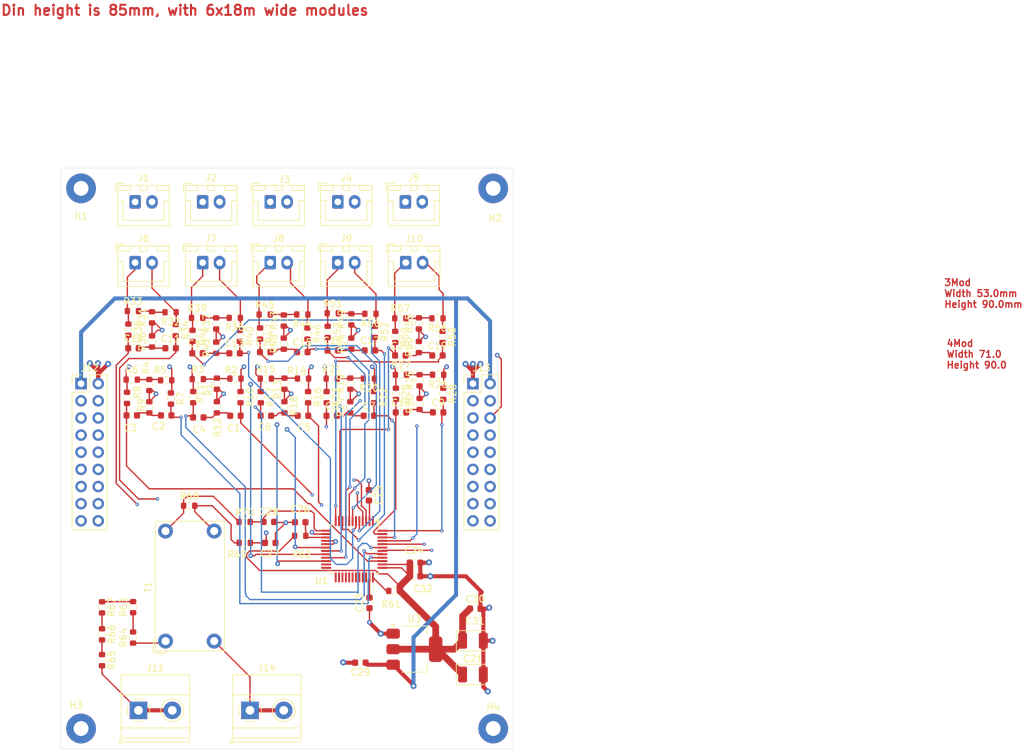
<source format=kicad_pcb>
(kicad_pcb (version 20240108) (generator "pcbnew") (generator_version "8.0")
  (layers (0 "F.Cu" signal "Front") (1 "In1.Cu" power "GND") (2 "In2.Cu" signal) (31 "B.Cu" signal "Back") (34 "B.Paste" user) (35 "F.Paste" user) (36 "B.SilkS" user "B.Silkscreen") (37 "F.SilkS" user "F.Silkscreen") (38 "B.Mask" user) (39 "F.Mask" user) (44 "Edge.Cuts" user))
  (net 0 "")
  (net 1 "/IP2")
  (net 2 "Net-(C1-Pad1)")
  (net 3 "/IP1")
  (net 4 "Net-(C2-Pad1)")
  (net 5 "/IN1")
  (net 6 "/IN2")
  (net 7 "/IP3")
  (net 8 "Net-(C5-Pad1)")
  (net 9 "/IN3")
  (net 10 "/IP4")
  (net 11 "Net-(C7-Pad1)")
  (net 12 "/IN4")
  (net 13 "/IP5")
  (net 14 "Net-(C10-Pad2)")
  (net 15 "/IN5")
  (net 16 "Net-(C11-Pad1)")
  (net 17 "/IP6")
  (net 18 "/IN6")
  (net 19 "Net-(C13-Pad1)")
  (net 20 "/IP7")
  (net 21 "/IN7")
  (net 22 "Net-(C15-Pad1)")
  (net 23 "/IP8")
  (net 24 "/IN8")
  (net 25 "/IP9")
  (net 26 "Net-(C17-Pad1)")
  (net 27 "/IN9")
  (net 28 "Net-(C19-Pad1)")
  (net 29 "/IP10")
  (net 30 "/IN10")
  (net 31 "Net-(R1-Pad2)")
  (net 32 "GND")
  (net 33 "/INPUT2/INP")
  (net 34 "/INPUT2/INN")
  (net 35 "Net-(R4-Pad2)")
  (net 36 "/INPUT1/INP")
  (net 37 "/INPUT1/INN")
  (net 38 "Net-(R13-Pad2)")
  (net 39 "/INPUT3/INP")
  (net 40 "/INPUT3/INN")
  (net 41 "Net-(R19-Pad2)")
  (net 42 "/INPUT4/INP")
  (net 43 "/INPUT4/INN")
  (net 44 "Net-(R25-Pad2)")
  (net 45 "/INPUT5/INP")
  (net 46 "/INPUT5/INN")
  (net 47 "Net-(R31-Pad2)")
  (net 48 "/INPUT6/INP")
  (net 49 "/INPUT6/INN")
  (net 50 "Net-(R37-Pad2)")
  (net 51 "/INPUT7/INP")
  (net 52 "/INPUT7/INN")
  (net 53 "Net-(R43-Pad2)")
  (net 54 "/INPUT8/INP")
  (net 55 "/INPUT8/INN")
  (net 56 "Net-(R49-Pad2)")
  (net 57 "/INPUT9/INP")
  (net 58 "/INPUT9/INN")
  (net 59 "Net-(R55-Pad2)")
  (net 60 "/INPUT10/INP")
  (net 61 "/INPUT10/INN")
  (net 62 "+3.3V")
  (net 64 "Net-(U1-DVDD18)")
  (net 67 "Net-(U1-VREF_I{slash}O)")
  (net 68 "Net-(U1-NRST)")
  (net 69 "/VP")
  (net 70 "/VN")
  (net 72 "Net-(J14-Pin_1)")
  (net 74 "Net-(J11-Pin_1)")
  (net 76 "Net-(U1-CELL)")
  (net 78 "Net-(R63-Pad1)")
  (net 79 "Net-(R64-Pad1)")
  (net 83 "Net-(R65-Pad1)")
  (net 84 "Net-(R66-Pad1)")
  (net 86 "Net-(R63-Pad2)")
  (net 89 "Net-(R68-Pad1)")
  (net 90 "Net-(R68-Pad2)")
  (net 91 "/IRQ1")
  (net 92 "/CS1")
  (net 93 "/SDO")
  (net 94 "/SCLK")
  (net 95 "/SDI")
  (net 96 "+5V")
  (net 97 "/CS5")
  (net 98 "/CS2")
  (net 99 "/CS6")
  (net 100 "/IRQ3")
  (net 101 "/IRQ5")
  (net 102 "/CS3")
  (net 103 "/CS4")
  (net 105 "/IRQ6")
  (net 106 "/IRQ4")
  (net 107 "/IRQ2")
  (footprint "Resistor_SMD:R_0603_1608Metric" (layer "F.Cu") (at 65.4375 84.45 180)
    (property "Reference" "R62")
    (property "Value" "2K")
  )
  (footprint "Resistor_SMD:R_0603_1608Metric" (layer "F.Cu") (at 75.6 61.175 180)
    (property "Reference" "R20")
    (property "Value" "5.1R/0.5%")
  )
  (footprint "Capacitor_SMD:C_0603_1608Metric" (layer "F.Cu") (at 75.6 66.675)
    (property "Reference" "C7")
    (property "Value" "33n")
  )
  (footprint "Capacitor_Tantalum_SMD:CP_EIA-3528-21_Kemet-B" (layer "F.Cu") (at 91 100)
    (property "Reference" "C31")
    (property "Value" "100uF")
  )
  (footprint "Resistor_SMD:R_0603_1608Metric" (layer "F.Cu") (at 46.25 51.35 180)
    (property "Reference" "R32")
    (property "Value" "5.1R/0.5%")
  )
  (footprint "Resistor_SMD:R_0603_1608Metric" (layer "F.Cu") (at 43.5 52.1 90)
    (property "Reference" "R31")
    (property "Value" "0R")
  )
  (footprint "Resistor_SMD:R_0603_1608Metric" (layer "F.Cu") (at 57.225 85.5)
    (property "Reference" "R69")
    (property "Value" "1K/1%")
  )
  (footprint "Resistor_SMD:R_0603_1608Metric" (layer "F.Cu") (at 80.25 52.25)
    (property "Reference" "R57")
    (property "Value" "5.1R/0.5%")
  )
  (footprint "Capacitor_SMD:C_0603_1608Metric" (layer "F.Cu") (at 75.6 78.45 -90)
    (property "Reference" "C25")
    (property "Value" "100nF")
  )
  (footprint "Resistor_SMD:R_0603_1608Metric" (layer "F.Cu") (at 86.5 55 -90)
    (property "Reference" "R58")
    (property "Value" "1K/1%")
  )
  (footprint "MountingHole:MountingHole_2.2mm_M2_Pad" (layer "F.Cu") (at 33 33)
    (property "Reference" "H1")
    (property "Value" "MountingHole")
  )
  (footprint "Resistor_SMD:R_0603_1608Metric" (layer "F.Cu") (at 40.7 99.525 90)
    (property "Reference" "R64")
    (property "Value" "22K/1%")
  )
  (footprint "Resistor_SMD:R_0603_1608Metric" (layer "F.Cu") (at 79.5 55 -90)
    (property "Reference" "R59")
    (property "Value" "1K/1%")
  )
  (footprint "Resistor_SMD:R_0603_1608Metric" (layer "F.Cu") (at 57.2 82.4)
    (property "Reference" "R70")
    (property "Value" "1K/1%")
  )
  (footprint "Capacitor_SMD:C_0603_1608Metric" (layer "F.Cu") (at 65.85 66.675)
    (property "Reference" "C5")
    (property "Value" "33n")
  )
  (footprint "Resistor_SMD:R_0603_1608Metric" (layer "F.Cu") (at 53 56.6 90)
    (property "Reference" "R42")
    (property "Value" "0R")
  )
  (footprint "Resistor_SMD:R_0603_1608Metric" (layer "F.Cu") (at 76.35 63.925 -90)
    (property "Reference" "R22")
    (property "Value" "1K/1%")
  )
  (footprint "Resistor_SMD:R_0603_1608Metric" (layer "F.Cu") (at 63.1 65.425 90)
    (property "Reference" "R18")
    (property "Value" "0R")
  )
  (footprint "Capacitor_SMD:C_0603_1608Metric" (layer "F.Cu") (at 65.4375 82.45 180)
    (property "Reference" "C26")
    (property "Value" "1uF")
  )
  (footprint "Resistor_SMD:R_0603_1608Metric" (layer "F.Cu") (at 56.6 63.925 -90)
    (property "Reference" "R10")
    (property "Value" "1K/1%")
  )
  (footprint "Capacitor_SMD:C_0603_1608Metric" (layer "F.Cu") (at 46.25 56.675)
    (property "Reference" "C11")
    (property "Value" "33n")
  )
  (footprint "Resistor_SMD:R_0603_1608Metric" (layer "F.Cu") (at 83 56.5 90)
    (property "Reference" "R60")
    (property "Value" "0R")
  )
  (footprint "Capacitor_SMD:C_0603_1608Metric" (layer "F.Cu") (at 55.85 66.675)
    (property "Reference" "C1")
    (property "Value" "33n")
  )
  (footprint "Capacitor_SMD:C_0603_1608Metric" (layer "F.Cu") (at 70.25 57)
    (property "Reference" "C18")
    (property "Value" "33n")
  )
  (footprint "Connector_JST:JST_XH_B2B-XH-A_1x02_P2.50mm_Vertical" (layer "F.Cu") (at 71 44)
    (property "Reference" "J9")
    (property "Value" "CT9")
  )
  (footprint "Resistor_SMD:R_0603_1608Metric" (layer "F.Cu") (at 43.5 55.675 90)
    (property "Reference" "R36")
    (property "Value" "0R")
  )
  (footprint "Capacitor_SMD:C_0603_1608Metric" (layer "F.Cu") (at 80.35 66.175)
    (property "Reference" "C10")
    (property "Value" "33n")
  )
  (footprint "Connector_JST:JST_XH_B2B-XH-A_1x02_P2.50mm_Vertical" (layer "F.Cu") (at 71 35)
    (property "Reference" "J4")
    (property "Value" "CT4")
  )
  (footprint "Resistor_SMD:R_0603_1608Metric" (layer "F.Cu") (at 46.3 64.125 -90)
    (property "Reference" "R7")
    (property "Value" "1K/1%")
  )
  (footprint "Resistor_SMD:R_0603_1608Metric" (layer "F.Cu") (at 59.5 54.5 -90)
    (property "Reference" "R47")
    (property "Value" "1K/1%")
  )
  (footprint "Capacitor_SMD:C_0603_1608Metric" (layer "F.Cu") (at 75.75 57)
    (property "Reference" "C17")
    (property "Value" "33n")
  )
  (footprint "Resistor_SMD:R_0603_1608Metric" (layer "F.Cu") (at 56.5 54.85 -90)
    (property "Reference" "R40")
    (property "Value" "1K/1%")
  )
  (footprint "Resistor_SMD:R_0603_1608Metric" (layer "F.Cu") (at 73 52.4 90)
    (property "Reference" "R49")
    (property "Value" "0R")
  )
  (footprint "Capacitor_SMD:C_0603_1608Metric" (layer "F.Cu") (at 65.75 57.25)
    (property "Reference" "C15")
    (property "Value" "33n")
  )
  (footprint "MountingHole:MountingHole_2.2mm_M2_Pad" (layer "F.Cu") (at 94 113)
    (property "Reference" "H4")
    (property "Value" "MountingHole")
  )
  (footprint "Resistor_SMD:R_0603_1608Metric" (layer "F.Cu") (at 80.35 60.6)
    (property "Reference" "R27")
    (property "Value" "5.1R/0.5%")
  )
  (footprint "Resistor_SMD:R_0603_1608Metric" (layer "F.Cu") (at 53 53 90)
    (property "Reference" "R37")
    (property "Value" "0R")
  )
  (footprint "Connector_JST:JST_XH_B2B-XH-A_1x02_P2.50mm_Vertical" (layer "F.Cu") (at 81.05 44)
    (property "Reference" "J10")
    (property "Value" "CT10")
  )
  (footprint "Resistor_SMD:R_0603_1608Metric" (layer "F.Cu") (at 47 54 -90)
    (property "Reference" "R34")
    (property "Value" "1K/1%")
  )
  (footprint "Connector_PinHeader_2.54mm:PinHeader_2x09_P2.54mm_Vertical" (layer "F.Cu") (at 91 61.92)
    (property "Reference" "J13")
    (property "Value" "Conn_02x09_Odd_Even")
  )
  (footprint "Resistor_SMD:R_0603_1608Metric" (layer "F.Cu") (at 40.5 61.325)
    (property "Reference" "R6")
    (property "Value" "5.1R/0.5%")
  )
  (footprint "Connector_JST:JST_XH_B2B-XH-A_1x02_P2.50mm_Vertical" (layer "F.Cu") (at 41 44)
    (property "Reference" "J6")
    (property "Value" "CT6")
  )
  (footprint "Resistor_SMD:R_0603_1608Metric" (layer "F.Cu") (at 49.5 54.85 -90)
    (property "Reference" "R41")
    (property "Value" "1K/1%")
  )
  (footprint "Connector_JST:JST_XH_B2B-XH-A_1x02_P2.50mm_Vertical" (layer "F.Cu") (at 51 35)
    (property "Reference" "J2")
    (property "Value" "CT2")
  )
  (footprint "Package_QFP:LQFP-48_7x7mm_P0.5mm" (layer "F.Cu") (at 73.4375 86.45 -90)
    (property "Reference" "U1")
    (property "Value" "BL-0910")
  )
  (footprint "Resistor_SMD:R_0603_1608Metric" (layer "F.Cu") (at 63.1 61.925 90)
    (property "Reference" "R13")
    (property "Value" "0R")
  )
  (footprint "Connector_PinHeader_2.54mm:PinHeader_2x09_P2.54mm_Vertical" (layer "F.Cu") (at 33 61.92)
    (property "Reference" "J12")
    (property "Value" "Conn_02x09_Odd_Even")
  )
  (footprint "Resistor_SMD:R_0603_1608Metric" (layer "F.Cu") (at 83 53 90)
    (property "Reference" "R55")
    (property "Value" "0R")
  )
  (footprint "Resistor_SMD:R_0603_1608Metric" (layer "F.Cu") (at 72.85 61.925 90)
    (property "Reference" "R19")
    (property "Value" "0R")
  )
  (footprint "Capacitor_SMD:C_0603_1608Metric" (layer "F.Cu") (at 55.725 57.425)
    (property "Reference" "C13")
    (property "Value" "33n")
  )
  (footprint "Resistor_SMD:R_0603_1608Metric" (layer "F.Cu") (at 73 56 90)
    (property "Reference" "R54")
    (property "Value" "0R")
  )
  (footprint "Resistor_SMD:R_0603_1608Metric" (layer "F.Cu") (at 63 52.575 90)
    (property "Reference" "R43")
    (property "Value" "0R")
  )
  (footprint "Resistor_SMD:R_0603_1608Metric" (layer "F.Cu") (at 40.7 95.025 90)
    (property "Reference" "R63")
    (property "Value" "22K/1%")
  )
  (footprint "Capacitor_SMD:C_0603_1608Metric" (layer "F.Cu") (at 85.85 66.175)
    (property "Reference" "C9")
    (property "Value" "33n")
  )
  (footprint "Connector_JST:JST_XH_B2B-XH-A_1x02_P2.50mm_Vertical" (layer "F.Cu") (at 41 35)
    (property "Reference" "J1")
    (property "Value" "CT1")
  )
  (footprint "Resistor_SMD:R_0603_1608Metric" (layer "F.Cu") (at 39.8 64.025 -90)
    (property "Reference" "R8")
    (property "Value" "1K/1%")
  )
  (footprint "Capacitor_SMD:C_0603_1608Metric" (layer "F.Cu") (at 85.75 57.75)
    (property "Reference" "C19")
    (property "Value" "33n")
  )
  (footprint "Resistor_SMD:R_0603_1608Metric" (layer "F.Cu") (at 85.75 52.25 180)
    (property "Reference" "R56")
    (property "Value" "5.1R/0.5%")
  )
  (footprint "Capacitor_SMD:C_0603_1608Metric" (layer "F.Cu") (at 82.4375 90.45 180)
    (property "Reference" "C32")
    (property "Value" "100nF")
  )
  (footprint "Capacitor_SMD:C_0603_1608Metric" (layer "F.Cu") (at 50.35 66.925)
    (property "Reference" "C4")
    (property "Value" "33n")
  )
  (footprint "MountingHole:MountingHole_2.2mm_M2_Pad" (layer "F.Cu") (at 33 113)
    (property "Reference" "H3")
    (property "Value" "MountingHole")
  )
  (footprint "Connector_JST:JST_XH_B2B-XH-A_1x02_P2.50mm_Vertical" (layer "F.Cu") (at 61 44)
    (property "Reference" "J8")
    (property "Value" "CT8")
  )
  (footprint "Resistor_SMD:R_0603_1608Metric" (layer "F.Cu") (at 79.6 63.425 -90)
    (property "Reference" "R29")
    (property "Value" "1K/1%")
  )
  (footprint "Resistor_SMD:R_0603_1608Metric" (layer "F.Cu") (at 83.1 64.925 90)
    (property "Reference" "R30")
    (property "Value" "0R")
  )
  (footprint "Capacitor_SMD:C_0603_1608Metric" (layer "F.Cu") (at 60.35 66.675)
    (property "Reference" "C6")
    (property "Value" "33n")
  )
  (footprint "Capacitor_Tantalum_SMD:CP_EIA-3528-21_Kemet-B" (layer "F.Cu") (at 91 105)
    (property "Reference" "C21")
    (property "Value" "100uF")
  )
  (footprint "Resistor_SMD:R_0603_1608Metric" (layer "F.Cu") (at 50.175 52.175)
    (property "Reference" "R39")
    (property "Value" "5.1R/0.5%")
  )
  (footprint "Resistor_SMD:R_0603_1608Metric" (layer "F.Cu") (at 79.3625 92.6125 180)
    (property "Reference" "R61")
    (property "Value" "0R")
  )
  (footprint "Resistor_SMD:R_0603_1608Metric" (layer "F.Cu") (at 70.1 61.175)
    (property "Reference" "R21")
    (property "Value" "5.1R/0.5%")
  )
  (footprint "Resistor_SMD:R_0603_1608Metric" (layer "F.Cu") (at 59.6 63.925 -90)
    (property "Reference" "R17")
    (property "Value" "1K/1%")
  )
  (footprint "Resistor_SMD:R_0603_1608Metric" (layer "F.Cu") (at 36.1 102.875 -90)
    (property "Reference" "R65")
    (property "Value" "22K/1%")
  )
  (footprint "Connector_JST:JST_XH_B2B-XH-A_1x02_P2.50mm_Vertical" (layer "F.Cu") (at 81 35)
    (property "Reference" "J5")
    (property "Value" "CT5")
  )
  (footprint "Capacitor_SMD:C_0603_1608Metric" (layer "F.Cu") (at 70.1 66.675)
    (property "Reference" "C8")
    (property "Value" "33n")
  )
  (footprint "MountingHole:MountingHole_2.2mm_M2_Pad" (layer "F.Cu") (at 94 33)
    (property "Reference" "H2")
    (property "Value" "MountingHole")
  )
  (footprint "Resistor_SMD:R_0603_1608Metric" (layer "F.Cu") (at 75.825 51.575 180)
    (property "Reference" "R50")
    (property "Value" "5.1R/0.5%")
  )
  (footprint "Resistor_SMD:R_0603_1608Metric" (layer "F.Cu") (at 60.175 51.675)
    (property "Reference" "R45")
    (property "Value" "5.1R/0.5%")
  )
  (footprint "Resistor_SMD:R_0603_1608Metric" (layer "F.Cu") (at 69.5 54.25 -90)
    (property "Reference" "R53")
    (property "Value" "1K/1%")
  )
  (footprint "Resistor_SMD:R_0603_1608Metric" (layer "F.Cu") (at 53.1 65.425 90)
    (property "Reference" "R12")
    (property "Value" "0R")
  )
  (footprint "Resistor_SMD:R_0603_1608Metric" (layer "F.Cu") (at 43.1 65.425 90)
    (property "Reference" "R9")
    (property "Value" "0R")
  )
  (footprint "Resistor_SMD:R_0603_1608Metric" (layer "F.Cu") (at 70.25 51.5)
    (property "Reference" "R51")
    (property "Value" "5.1R/0.5%")
  )
  (footprint "Capacitor_SMD:C_0603_1608Metric" (layer "F.Cu") (at 40.75 56.675)
    (property "Reference" "C12")
    (property "Value" "33n")
  )
  (footprint "Resistor_SMD:R_0603_1608Metric" (layer "F.Cu") (at 53.1 61.925 90)
    (property "Reference" "R1")
    (property "Value" "0R")
  )
  (footprint "Resistor_SMD:R_0603_1608Metric" (layer "F.Cu") (at 65.85 61.175 180)
    (property "Reference" "R14")
    (property "Value" "5.1R/0.5%")
  )
  (footprint "Resistor_SMD:R_0603_1608Metric" (layer "F.Cu") (at 55.85 61.175 180)
    (property "Reference" "R2")
    (property "Value" "5.1R/0.5%")
  )
  (footprint "Resistor_SMD:R_0603_1608Metric" (layer "F.Cu") (at 45.6 61.425 180)
    (property "Reference" "R5")
    (property "Value" "5.1R/0.5%")
  )
  (footprint "Resistor_SMD:R_0603_1608Metric" (layer "F.Cu") (at 72.85 65.425 90)
    (property "Reference" "R24")
    (property "Value" "0R")
  )
  (footprint "Resistor_SMD:R_0603_1608Metric" (layer "F.Cu") (at 63 56 90)
    (property "Reference" "R48")
    (property "Value" "0R")
  )
  (footprint "Connector_JST:JST_XH_B2B-XH-A_1x02_P2.50mm_Vertical" (layer "F.Cu") (at 51 44)
    (property "Reference" "J7")
    (property "Value" "CT7")
  )
  (footprint "Capacitor_SMD:C_0603_1608Metric" (layer "F.Cu") (at 74.3375 103.25 180)
    (property "Reference" "C29")
    (property "Value" "10uF")
  )
  (footprint "Resistor_SMD:R_0603_1608Metric" (layer "F.Cu") (at 69.35 63.925 -90)
    (property "Reference" "R23")
    (property "Value" "1K/1%")
  )
  (footprint "Resistor_SMD:R_0603_1608Metric" (layer "F.Cu") (at 66.6 63.925 -90)
    (property "Reference" "R16")
    (property "Value" "1K/1%")
  )
  (footprint "Resistor_SMD:R_0603_1608Metric" (layer "F.Cu") (at 66.5 54.5 -90)
    (property "Reference" "R46")
    (property "Value" "1K/1%")
  )
  (footprint "Resistor_SMD:R_0603_1608Metric" (layer "F.Cu") (at 76.5 54.25 -90)
    (property "Reference" "R52")
    (property "Value" "1K/1%")
  )
  (footprint "Resistor_SMD:R_0603_1608Metric" (layer "F.Cu") (at 60.35 61.175)
    (property "Reference" "R15")
    (property "Value" "5.1R/0.5%")
  )
  (footprint "Resistor_SMD:R_0603_1608Metric" (layer "F.Cu") (at 49.6 63.925 -90)
    (property "Reference" "R11")
    (property "Value" "1K/1%")
  )
  (footprint "Resistor_SMD:R_0603_1608Metric" (layer "F.Cu") (at 86.6 63.425 -90)
    (property "Reference" "R28")
    (property "Value" "1K/1%")
  )
  (footprint "Resistor_SMD:R_0603_1608Metric" (layer "F.Cu") (at 40 53.925 -90)
    (property "Reference" "R35")
    (property "Value" "1K/1%")
  )
  (footprint "Resistor_SMD:R_0603_1608Metric" (layer "F.Cu") (at 36.1 99.05 -90)
    (property "Reference" "R66")
    (property "Value" "22K/1%")
  )
  (footprint "Capacitor_SMD:C_0603_1608Metric" (layer "F.Cu") (at 60.25 57.25)
    (property "Reference" "C16")
    (property "Value" "33n")
  )
  (footprint "Resistor_SMD:R_0603_1608Metric" (layer "F.Cu") (at 43.1 62.125 90)
    (property "Reference" "R4")
    (property "Value" "0R")
  )
  (footprint "Resistor_SMD:R_0603_1608Metric" (layer "F.Cu") (at 55.75 52.175 180)
    (property "Reference" "R38")
    (property "Value" "5.1R/0.5%")
  )
  (footprint "Package_TO_SOT_SMD:SOT-223-3_TabPin2" (layer "F.Cu") (at 82.3375 101.25)
    (property "Reference" "U3")
    (property "Value" "AMS1117-3.3")
  )
  (footprint "Capacitor_SMD:C_0603_1608Metric" (layer "F.Cu") (at 80.25 57.75)
    (property "Reference" "C20")
    (property "Value" "33n")
  )
  (footprint "Capacitor_SMD:C_0603_1608Metric" (layer "F.Cu") (at 50.225 57.425)
    (property "Reference" "C14")
    (property "Value" "33n")
  )
  (footprint "Connector_JST:JST_XH_B2B-XH-A_1x02_P2.50mm_Vertical" (layer "F.Cu") (at 61 35)
    (property "Reference" "J3")
    (property "Value" "CT3")
  )
  (footprint "Resistor_SMD:R_0603_1608Metric" (layer "F.Cu") (at 36.1 95.05 -90)
    (property "Reference" "R67")
    (property "Value" "22K/1%")
  )
  (footprint "Capacitor_SMD:C_0603_1608Metric" (layer "F.Cu") (at 40.5 66.625)
    (property "Reference" "C3")
    (property "Value" "33n")
  )
  (footprint "MAS_Package_nostd:ZMPT107-1" (layer "F.Cu") (at 45.4975 100.0525 90)
    (property "Reference" "T1")
    (property "Value" "ZMPT107-1")
  )
  (footprint "TerminalBlock_Phoenix:TerminalBlock_Phoenix_MKDS-1,5-2_1x02_P5.00mm_Horizontal" (layer "F.Cu") (at 58 110.305)
    (property "Reference" "J14")
    (property "Value" "NEUTRAL")
  )
  (footprint "Resistor_SMD:R_0603_1608Metric" (layer "F.Cu") (at 85.85 60.6 180)
    (property "Reference" "R26")
    (property "Value" "5.1R/0.5%")
  )
  (footprint "Capacitor_SMD:C_0603_1608Metric" (layer "F.Cu") (at 75.6875 94.3875 90)
    (property "Reference" "C23")
    (property "Value" "100nF")
  )
  (footprint "Resistor_SMD:R_0603_1608Metric" (layer "F.Cu") (at 50.275 61.25)
    (property "Reference" "R3")
    (property "Value" "5.1R/0.5%")
  )
  (footprint "TerminalBlock_Phoenix:TerminalBlock_Phoenix_MKDS-1,5-2_1x02_P5.00mm_Horizontal" (layer "F.Cu") (at 41.5 110.305)
    (property "Reference" "J11")
    (property "Value" "LINE")
  )
  (footprint "Capacitor_SMD:C_0603_1608Metric" (layer "F.Cu") (at 82.4375 88.45 180)
    (property "Reference" "C24")
    (property "Value" "100nF")
  )
  (footprint "Capacitor_SMD:C_0603_1608Metric" (layer "F.Cu") (at 91.3375 95.25)
    (property "Reference" "C30")
    (property "Value" "22uF")
  )
  (footprint "Capacitor_SMD:C_0603_1608Metric" (layer "F.Cu") (at 61 85.5)
    (property "Reference" "C27")
    (property "Value" "33nF")
  )
  (footprint "Resistor_SMD:R_0603_1608Metric" (layer "F.Cu") (at 49 80)
    (property "Reference" "R68")
    (property "Value" "100/0.5%")
  )
  (footprint "Capacitor_SMD:C_0603_1608Metric" (layer "F.Cu") (at 45.6 66.625)
    (property "Reference" "C2")
    (property "Value" "33n")
  )
  (footprint "Resistor_SMD:R_0603_1608Metric" (layer "F.Cu") (at 65.75 51.675 180)
    (property "Reference" "R44")
    (property "Value" "5.1R/0.5%")
  )
  (footprint "Capacitor_SMD:C_0603_1608Metric" (layer "F.Cu") (at 60.8 82.4 180)
    (property "Reference" "C28")
    (property "Value" "33nF")
  )
  (footprint "Resistor_SMD:R_0603_1608Metric" (layer "F.Cu") (at 40.675 51.175)
    (property "Reference" "R33")
    (property "Value" "5.1R/0.5%")
  )
  (footprint "Resistor_SMD:R_0603_1608Metric" (layer "F.Cu") (at 83.1 61.425 90)
    (property "Reference" "R25")
    (property "Value" "0R")
  )
  (gr_rect (start 30 30) (end 97 116) (stroke (width 0.05)) (fill none) (layer "Edge.Cuts"))
  (gr_text "3Mod\nWidth 53.0mm\nHeight 90.0mm\n" (at 160.6625 50.75 0) (layer "F.Cu") (effects (font (size 1 1) (thickness 0.2) (bold yes)) (justify left bottom)))
  (gr_text "4Mod\nWidth 71.0\nHeight 90.0" (at 161 59.75 0) (layer "F.Cu") (effects (font (size 1 1) (thickness 0.2) (bold yes)) (justify left bottom)))
  (gr_text "Din height is 85mm, with 6x18m wide modules" (at 21 7.5 0) (layer "F.Cu") (effects (font (size 1.5 1.5) (thickness 0.3) (bold yes)) (justify left bottom)))
  (segment (start 84.9 86.6) (end 77.7 86.6) (width 0.2) (layer "F.Cu") (net 1))
  (segment (start 66.3 77.4) (end 67.2 78.3) (width 0.2) (layer "F.Cu") (net 1))
  (segment (start 67.2 78.3) (end 67.2 78.4) (width 0.2) (layer "F.Cu") (net 1))
  (segment (start 56.625 64.775) (end 56.6 64.75) (width 0.2) (layer "F.Cu") (net 1))
  (segment (start 56.625 66.675) (end 56.625 67.725) (width 0.2) (layer "F.Cu") (net 1))
  (segment (start 56.625 66.675) (end 56.625 64.775) (width 0.2) (layer "F.Cu") (net 1))
  (segment (start 77.7 86.6) (end 77.6 86.7) (width 0.2) (layer "F.Cu") (net 1))
  (segment (start 56.625 67.725) (end 66.3 77.4) (width 0.2) (layer "F.Cu") (net 1))
  (via (at 84.9 86.6) (size 0.5) (drill 0.2) (layers "F.Cu" "B.Cu") (net 1))
  (via (at 67.2 78.4) (size 0.5) (drill 0.2) (layers "F.Cu" "B.Cu") (net 1))
  (segment (start 52.425 66.925) (end 53.1 66.25) (width 0.2) (layer "F.Cu") (net 2))
  (segment (start 51.125 66.925) (end 52.425 66.925) (width 0.2) (layer "F.Cu") (net 2))
  (segment (start 54.65 66.25) (end 55.075 66.675) (width 0.2) (layer "F.Cu") (net 2))
  (segment (start 53.1 66.25) (end 54.65 66.25) (width 0.2) (layer "F.Cu") (net 2))
  (segment (start 46.65 66.9) (end 46.375 66.625) (width 0.2) (layer "F.Cu") (net 3))
  (segment (start 77.6 87.7) (end 76 87.7) (width 0.2) (layer "F.Cu") (net 3))
  (segment (start 47.8 66.9) (end 46.65 66.9) (width 0.2) (layer "F.Cu") (net 3))
  (segment (start 76 87.7) (end 75.9 87.6) (width 0.2) (layer "F.Cu") (net 3))
  (segment (start 46.3 66.55) (end 46.375 66.625) (width 0.2) (layer "F.Cu") (net 3))
  (segment (start 46.3 64.95) (end 46.3 66.55) (width 0.2) (layer "F.Cu") (net 3))
  (via (at 75.9 87.6) (size 0.5) (drill 0.2) (layers "F.Cu" "B.Cu") (net 3))
  (via (at 47.8 66.9) (size 0.5) (drill 0.2) (layers "F.Cu" "B.Cu") (net 3))
  (segment (start 56.5 78.2) (end 56.5 94.5) (width 0.2) (layer "B.Cu") (net 3))
  (segment (start 75.6 90.9) (end 75.6 87.9) (width 0.2) (layer "B.Cu") (net 3))
  (segment (start 47.8 66.9) (end 47.8 69.5) (width 0.2) (layer "B.Cu") (net 3))
  (segment (start 75.6 87.9) (end 75.9 87.6) (width 0.2) (layer "B.Cu") (net 3))
  (segment (start 75.5 94.4) (end 75.5 91) (width 0.2) (layer "B.Cu") (net 3))
  (segment (start 75.5 91) (end 75.6 90.9) (width 0.2) (layer "B.Cu") (net 3))
  (segment (start 56.5 94.5) (end 75.4 94.5) (width 0.2) (layer "B.Cu") (net 3))
  (segment (start 75.4 94.5) (end 75.5 94.4) (width 0.2) (layer "B.Cu") (net 3))
  (segment (start 47.8 69.5) (end 56.5 78.2) (width 0.2) (layer "B.Cu") (net 3))
  (segment (start 43.1 66.25) (end 41.65 66.25) (width 0.2) (layer "F.Cu") (net 4))
  (segment (start 43.475 66.625) (end 43.1 66.25) (width 0.2) (layer "F.Cu") (net 4))
  (segment (start 41.65 66.25) (end 41.275 66.625) (width 0.2) (layer "F.Cu") (net 4))
  (segment (start 44.825 66.625) (end 43.475 66.625) (width 0.2) (layer "F.Cu") (net 4))
  (segment (start 75.400802 88.2) (end 77.6 88.2) (width 0.2) (layer "F.Cu") (net 5))
  (segment (start 43.1 77.5) (end 64.4 77.5) (width 0.2) (layer "F.Cu") (net 5))
  (segment (start 39.725 74.125) (end 43.1 77.5) (width 0.2) (layer "F.Cu") (net 5))
  (segment (start 66.900802 79.7) (end 75.400802 88.2) (width 0.2) (layer "F.Cu") (net 5))
  (segment (start 39.725 64.925) (end 39.8 64.85) (width 0.2) (layer "F.Cu") (net 5))
  (segment (start 64.4 77.5) (end 66.6 79.7) (width 0.2) (layer "F.Cu") (net 5))
  (segment (start 39.725 66.625) (end 39.725 74.125) (width 0.2) (layer "F.Cu") (net 5))
  (segment (start 66.6 79.7) (end 66.900802 79.7) (width 0.2) (layer "F.Cu") (net 5))
  (segment (start 39.725 66.625) (end 39.725 64.925) (width 0.2) (layer "F.Cu") (net 5))
  (segment (start 49.6 64.75) (end 49.6 66.9) (width 0.2) (layer "F.Cu") (net 6))
  (segment (start 49.35 66.7) (end 49.575 66.925) (width 0.2) (layer "F.Cu") (net 6))
  (segment (start 77.5 87.1) (end 75.3 87.1) (width 0.2) (layer "F.Cu") (net 6))
  (segment (start 49.6 66.9) (end 49.575 66.925) (width 0.2) (layer "F.Cu") (net 6))
  (segment (start 75.3 87.1) (end 74.9 86.7) (width 0.2) (layer "F.Cu") (net 6))
  (segment (start 48.5 66.7) (end 49.35 66.7) (width 0.2) (layer "F.Cu") (net 6))
  (segment (start 77.6 87.2) (end 77.5 87.1) (width 0.2) (layer "F.Cu") (net 6))
  (via (at 48.5 66.7) (size 0.5) (drill 0.2) (layers "F.Cu" "B.Cu") (net 6))
  (via (at 74.9 86.7) (size 0.5) (drill 0.2) (layers "F.Cu" "B.Cu") (net 6))
  (segment (start 57.3 77.2) (end 48.5 68.4) (width 0.2) (layer "B.Cu") (net 6))
  (segment (start 74.3 93.9) (end 58 93.9) (width 0.2) (layer "B.Cu") (net 6))
  (segment (start 74.9 93.3) (end 74.3 93.9) (width 0.2) (layer "B.Cu") (net 6))
  (segment (start 48.5 68.4) (end 48.5 66.7) (width 0.2) (layer "B.Cu") (net 6))
  (segment (start 57.3 92.9) (end 57.3 77.2) (width 0.2) (layer "B.Cu") (net 6))
  (segment (start 57.4 93.3) (end 57.4 93) (width 0.2) (layer "B.Cu") (net 6))
  (segment (start 58 93.9) (end 57.4 93.3) (width 0.2) (layer "B.Cu") (net 6))
  (segment (start 57.4 93) (end 57.3 92.9) (width 0.2) (layer "B.Cu") (net 6))
  (segment (start 74.9 86.7) (end 74.9 93.3) (width 0.2) (layer "B.Cu") (net 6))
  (segment (start 68.15 68.2) (end 68.15 79.45) (width 0.2) (layer "F.Cu") (net 7))
  (segment (start 66.6 66.65) (end 66.625 66.675) (width 0.2) (layer "F.Cu") (net 7))
  (segment (start 66.6 64.75) (end 66.6 66.65) (width 0.2) (layer "F.Cu") (net 7))
  (segment (start 66.625 66.675) (end 68.15 68.2) (width 0.2) (layer "F.Cu") (net 7))
  (segment (start 68.15 79.45) (end 68.6 79.9) (width 0.2) (layer "F.Cu") (net 7))
  (segment (start 83.8 85.7) (end 77.6 85.7) (width 0.2) (layer "F.Cu") (net 7))
  (via (at 83.8 85.7) (size 0.5) (drill 0.2) (layers "F.Cu" "B.Cu") (net 7))
  (via (at 68.6 79.9) (size 0.5) (drill 0.2) (layers "F.Cu" "B.Cu") (net 7))
  (segment (start 63.525 66.675) (end 63.1 66.25) (width 0.2) (layer "F.Cu") (net 8))
  (segment (start 63.1 66.25) (end 62.275 66.25) (width 0.2) (layer "F.Cu") (net 8))
  (segment (start 61.85 66.675) (end 61.125 66.675) (width 0.2) (layer "F.Cu") (net 8))
  (segment (start 65.075 66.675) (end 63.525 66.675) (width 0.2) (layer "F.Cu") (net 8))
  (segment (start 62.275 66.25) (end 61.85 66.675) (width 0.2) (layer "F.Cu") (net 8))
  (segment (start 75.9 86.2) (end 77.6 86.2) (width 0.2) (layer "F.Cu") (net 9))
  (segment (start 59.575 66.675) (end 59.575 64.775) (width 0.2) (layer "F.Cu") (net 9))
  (segment (start 59.575 66.675) (end 59.575 66.175) (width 0.2) (layer "F.Cu") (net 9))
  (segment (start 59.575 66.175) (end 58.8 65.4) (width 0.2) (layer "F.Cu") (net 9))
  (segment (start 59.575 64.775) (end 59.6 64.75) (width 0.2) (layer "F.Cu") (net 9))
  (via (at 58.8 65.4) (size 0.5) (drill 0.2) (layers "F.Cu" "B.Cu") (net 9))
  (via (at 75.9 86.2) (size 0.5) (drill 0.2) (layers "F.Cu" "B.Cu") (net 9))
  (segment (start 58.8 65.4) (end 59.7 66.3) (width 0.2) (layer "B.Cu") (net 9))
  (segment (start 73.9 92.8) (end 74 92.9) (width 0.2) (layer "B.Cu") (net 9))
  (segment (start 74 92.9) (end 74 86.2) (width 0.2) (layer "B.Cu") (net 9))
  (segment (start 74.7 85.5) (end 74.8 85.6) (width 0.2) (layer "B.Cu") (net 9))
  (segment (start 59.7 92.8) (end 73.9 92.8) (width 0.2) (layer "B.Cu") (net 9))
  (segment (start 74 86.2) (end 74.7 85.5) (width 0.2) (layer "B.Cu") (net 9))
  (segment (start 75.3 85.6) (end 75.9 86.2) (width 0.2) (layer "B.Cu") (net 9))
  (segment (start 59.7 66.3) (end 59.7 92.8) (width 0.2) (layer "B.Cu") (net 9))
  (segment (start 74.8 85.6) (end 75.3 85.6) (width 0.2) (layer "B.Cu") (net 9))
  (segment (start 76.35 64.75) (end 76.35 66.65) (width 0.2) (layer "F.Cu") (net 10))
  (segment (start 78.325 66.675) (end 76.375 66.675) (width 0.2) (layer "F.Cu") (net 10))
  (segment (start 79 67.35) (end 78.325 66.675) (width 0.2) (layer "F.Cu") (net 10))
  (segment (start 76.35 66.65) (end 76.375 66.675) (width 0.2) (layer "F.Cu") (net 10))
  (segment (start 77.6 84.7) (end 79.4 84.7) (width 0.2) (layer "F.Cu") (net 10))
  (via (at 79 67.35) (size 0.5) (drill 0.2) (layers "F.Cu" "B.Cu") (net 10))
  (via (at 79.4 84.7) (size 0.5) (drill 0.2) (layers "F.Cu" "B.Cu") (net 10))
  (segment (start 79 67.35) (end 79.4 67.75) (width 0.2) (layer "B.Cu") (net 10))
  (segment (start 79.4 67.75) (end 79.4 84.7) (width 0.2) (layer "B.Cu") (net 10))
  (segment (start 71.85 66.675) (end 70.875 66.675) (width 0.2) (layer "F.Cu") (net 11))
  (segment (start 72.275 66.25) (end 71.85 66.675) (width 0.2) (layer "F.Cu") (net 11))
  (segment (start 72.85 66.25) (end 72.275 66.25) (width 0.2) (layer "F.Cu") (net 11))
  (segment (start 74.825 66.675) (end 73.275 66.675) (width 0.2) (layer "F.Cu") (net 11))
  (segment (start 73.275 66.675) (end 72.85 66.25) (width 0.2) (layer "F.Cu") (net 11))
  (segment (start 77.6 85.2) (end 81.7 85.2) (width 0.2) (layer "F.Cu") (net 12))
  (segment (start 69.325 64.775) (end 69.35 64.75) (width 0.2) (layer "F.Cu") (net 12))
  (segment (start 81.7 85.2) (end 82.1 84.8) (width 0.2) (layer "F.Cu") (net 12))
  (segment (start 69.325 68.275) (end 69.3 68.3) (width 0.2) (layer "F.Cu") (net 12))
  (segment (start 69.325 66.675) (end 69.325 68.275) (width 0.2) (layer "F.Cu") (net 12))
  (segment (start 69.325 66.675) (end 69.325 64.775) (width 0.2) (layer "F.Cu") (net 12))
  (via (at 82.1 84.8) (size 0.5) (drill 0.2) (layers "F.Cu" "B.Cu") (net 12))
  (via (at 82.7 68.2) (size 0.5) (drill 0.2) (layers "F.Cu" "B.Cu") (net 12))
  (via (at 69.3 68.3) (size 0.5) (drill 0.2) (layers "F.Cu" "B.Cu") (net 12))
  (segment (start 82.7 68.2) (end 82.7 84.2) (width 0.2) (layer "B.Cu") (net 12))
  (segment (start 82.7 84.2) (end 82.1 84.8) (width 0.2) (layer "B.Cu") (net 12))
  (segment (start 86.4 68) (end 86.4 66.4) (width 0.2) (layer "F.Cu") (net 13))
  (segment (start 86.4 66.4) (end 86.625 66.175) (width 0.2) (layer "F.Cu") (net 13))
  (segment (start 86.6 66.15) (end 86.625 66.175) (width 0.2) (layer "F.Cu") (net 13))
  (segment (start 77.6 83.7) (end 86.4 83.7) (width 0.2) (layer "F.Cu") (net 13))
  (segment (start 86.6 64.25) (end 86.6 66.15) (width 0.2) (layer "F.Cu") (net 13))
  (via (at 86.4 68) (size 0.5) (drill 0.2) (layers "F.Cu" "B.Cu") (net 13))
  (via (at 86.4 83.7) (size 0.5) (drill 0.2) (layers "F.Cu" "B.Cu") (net 13))
  (segment (start 86.4 83.7) (end 86.4 68) (width 0.2) (layer "B.Cu") (net 13))
  (segment (start 85.075 66.175) (end 83.525 66.175) (width 0.2) (layer "F.Cu") (net 14))
  (segment (start 83.525 66.175) (end 83.1 65.75) (width 0.2) (layer "F.Cu") (net 14))
  (segment (start 83.1 65.75) (end 81.55 65.75) (width 0.2) (layer "F.Cu") (net 14))
  (segment (start 81.55 65.75) (end 81.125 66.175) (width 0.2) (layer "F.Cu") (net 14))
  (segment (start 76.5 84.2) (end 76.3 84) (width 0.2) (layer "F.Cu") (net 15))
  (segment (start 77.6 84.2) (end 76.5 84.2) (width 0.2) (layer "F.Cu") (net 15))
  (segment (start 79.6 64.25) (end 79.6 66.15) (width 0.2) (layer "F.Cu") (net 15))
  (segment (start 79.575 80.525) (end 79.575 66.175) (width 0.2) (layer "F.Cu") (net 15))
  (segment (start 79.6 66.15) (end 79.575 66.175) (width 0.2) (layer "F.Cu") (net 15))
  (segment (start 78.9 81.200802) (end 78.9 81.2) (width 0.2) (layer "F.Cu") (net 15))
  (segment (start 76.3 84) (end 76.3 83.800802) (width 0.2) (layer "F.Cu") (net 15))
  (segment (start 78.9 81.2) (end 79.575 80.525) (width 0.2) (layer "F.Cu") (net 15))
  (segment (start 76.3 83.800802) (end 78.9 81.200802) (width 0.2) (layer "F.Cu") (net 15))
  (segment (start 41.7 56.5) (end 41.525 56.675) (width 0.2) (layer "F.Cu") (net 16))
  (segment (start 45.475 56.675) (end 43.675 56.675) (width 0.2) (layer "F.Cu") (net 16))
  (segment (start 43.5 56.5) (end 41.7 56.5) (width 0.2) (layer "F.Cu") (net 16))
  (segment (start 43.675 56.675) (end 43.5 56.5) (width 0.2) (layer "F.Cu") (net 16))
  (segment (start 47 56.65) (end 47.025 56.675) (width 0.2) (layer "F.Cu") (net 17))
  (segment (start 47 54.825) (end 47 56.65) (width 0.2) (layer "F.Cu") (net 17))
  (segment (start 40.1 58.2) (end 39.8 58.5) (width 0.2) (layer "F.Cu") (net 17))
  (segment (start 38.7 60.7) (end 38.7 76.194975) (width 0.2) (layer "F.Cu") (net 17))
  (segment (start 74.6875 80.8875) (end 74.6875 82.2875) (width 0.2) (layer "F.Cu") (net 17))
  (segment (start 73.9 78.1) (end 73.9 80.1) (width 0.2) (layer "F.Cu") (net 17))
  (segment (start 41.5 79) (end 44.3 79) (width 0.2) (layer "F.Cu") (net 17))
  (segment (start 47.025 56.675) (end 47.025 57.275) (width 0.2) (layer "F.Cu") (net 17))
  (segment (start 46.1 58.2) (end 40.1 58.2) (width 0.2) (layer "F.Cu") (net 17))
  (segment (start 41.5 78.994975) (end 41.5 79) (width 0.2) (layer "F.Cu") (net 17))
  (segment (start 38.7 59.6) (end 38.7 60.7) (width 0.2) (layer "F.Cu") (net 17))
  (segment (start 47.025 57.275) (end 46.1 58.2) (width 0.2) (layer "F.Cu") (net 17))
  (segment (start 38.7 76.194975) (end 41.5 78.994975) (width 0.2) (layer "F.Cu") (net 17))
  (segment (start 73.9 80.1) (end 74.6875 80.8875) (width 0.2) (layer "F.Cu") (net 17))
  (segment (start 39.8 58.5) (end 38.7 59.6) (width 0.2) (layer "F.Cu") (net 17))
  (via (at 44.3 79) (size 0.5) (drill 0.2) (layers "F.Cu" "B.Cu") (net 17))
  (via (at 73.9 78.1) (size 0.5) (drill 0.2) (layers "F.Cu" "B.Cu") (net 17))
  (segment (start 39.975 54.775) (end 40 54.75) (width 0.2) (layer "F.Cu") (net 18))
  (segment (start 75.1875 80.6875) (end 75.1875 82.2875) (width 0.2) (layer "F.Cu") (net 18))
  (segment (start 75.1875 80.6875) (end 74.6 80.1) (width 0.2) (layer "F.Cu") (net 18))
  (segment (start 38.2 76.7) (end 41.3 79.8) (width 0.2) (layer "F.Cu") (net 18))
  (segment (start 73.9 76.2) (end 74.5 76.8) (width 0.2) (layer "F.Cu") (net 18))
  (segment (start 39.975 56.675) (end 39.975 54.775) (width 0.2) (layer "F.Cu") (net 18))
  (segment (start 74.6 80.1) (end 74.5 80.1) (width 0.2) (layer "F.Cu") (net 18))
  (segment (start 39.975 56.675) (end 39.975 57.425) (width 0.2) (layer "F.Cu") (net 18))
  (segment (start 74.5 76.8) (end 74.5 80.1) (width 0.2) (layer "F.Cu") (net 18))
  (segment (start 73.4 76.2) (end 73.9 76.2) (width 0.2) (layer "F.Cu") (net 18))
  (segment (start 39.975 57.425) (end 38.2 59.2) (width 0.2) (layer "F.Cu") (net 18))
  (segment (start 38.2 59.2) (end 38.2 76.7) (width 0.2) (layer "F.Cu") (net 18))
  (via (at 41.3 79.8) (size 0.5) (drill 0.2) (layers "F.Cu" "B.Cu") (net 18))
  (via (at 73.4 76.2) (size 0.5) (drill 0.2) (layers "F.Cu" "B.Cu") (net 18))
  (segment (start 54.95 57.425) (end 53 57.425) (width 0.2) (layer "F.Cu") (net 19))
  (segment (start 51 57.425) (end 53 57.425) (width 0.2) (layer "F.Cu") (net 19))
  (segment (start 56.5 57.425) (end 57.675 57.425) (width 0.2) (layer "F.Cu") (net 20))
  (segment (start 73.303554 83.596446) (end 73.6875 83.2125) (width 0.2) (layer "F.Cu") (net 20))
  (segment (start 73.6875 83.2125) (end 73.6875 82.2875) (width 0.2) (layer "F.Cu") (net 20))
  (segment (start 56.5 55.675) (end 56.5 57.425) (width 0.2) (layer "F.Cu") (net 20))
  (segment (start 57.675 57.425) (end 57.8 57.3) (width 0.2) (layer "F.Cu") (net 20))
  (via (at 57.8 57.3) (size 0.5) (drill 0.2) (layers "F.Cu" "B.Cu") (net 20))
  (via (at 73.303554 83.596446) (size 0.5) (drill 0.2) (layers "F.Cu" "B.Cu") (net 20))
  (segment (start 73.2 83.7) (end 73.303554 83.596446) (width 0.2) (layer "B.Cu") (net 20))
  (segment (start 70.8 88.7) (end 72.3 88.7) (width 0.2) (layer "B.Cu") (net 20))
  (segment (start 57.8 60.851471) (end 69.9 72.951471) (width 0.2) (layer "B.Cu") (net 20))
  (segment (start 69.9 80.9) (end 69.9 87.8) (width 0.2) (layer "B.Cu") (net 20))
  (segment (start 57.8 57.3) (end 57.8 60.851471) (width 0.2) (layer "B.Cu") (net 20))
  (segment (start 73.2 87.8) (end 73.2 83.7) (width 0.2) (layer "B.Cu") (net 20))
  (segment (start 69.9 87.8) (end 70.8 88.7) (width 0.2) (layer "B.Cu") (net 20))
  (segment (start 72.3 88.7) (end 73.2 87.8) (width 0.2) (layer "B.Cu") (net 20))
  (segment (start 69.9 72.951471) (end 69.9 80.9) (width 0.2) (layer "B.Cu") (net 20))
  (segment (start 49.45 57.425) (end 49.45 55.725) (width 0.2) (layer "F.Cu") (net 21))
  (segment (start 51.125 59.1) (end 51.2 59.1) (width 0.2) (layer "F.Cu") (net 21))
  (segment (start 49.45 55.725) (end 49.5 55.675) (width 0.2) (layer "F.Cu") (net 21))
  (segment (start 74.2 83.7) (end 74.2 82.3) (width 0.2) (layer "F.Cu") (net 21))
  (segment (start 74.2 82.3) (end 74.1875 82.2875) (width 0.2) (layer "F.Cu") (net 21))
  (segment (start 49.45 57.425) (end 51.125 59.1) (width 0.2) (layer "F.Cu") (net 21))
  (via (at 51.2 59.1) (size 0.5) (drill 0.2) (layers "F.Cu" "B.Cu") (net 21))
  (via (at 74.2 83.7) (size 0.5) (drill 0.2) (layers "F.Cu" "B.Cu") (net 21))
  (segment (start 51.2 59.1) (end 57.8 52.5) (width 0.2) (layer "B.Cu") (net 21))
  (segment (start 77.2 80.8) (end 74.3 83.7) (width 0.2) (layer "B.Cu") (net 21))
  (segment (start 77.1 58.8) (end 77.2 58.9) (width 0.2) (layer "B.Cu") (net 21))
  (segment (start 76 52.5) (end 76 57.4) (width 0.2) (layer "B.Cu") (net 21))
  (segment (start 74.3 83.7) (end 74.2 83.7) (width 0.2) (layer "B.Cu") (net 21))
  (segment (start 57.8 52.5) (end 76 52.5) (width 0.2) (layer "B.Cu") (net 21))
  (segment (start 77.1 58.5) (end 77.1 58.8) (width 0.2) (layer "B.Cu") (net 21))
  (segment (start 76 57.4) (end 77.1 58.5) (width 0.2) (layer "B.Cu") (net 21))
  (segment (start 77.2 58.9) (end 77.2 80.8) (width 0.2) (layer "B.Cu") (net 21))
  (segment (start 64.55 56.825) (end 64.975 57.25) (width 0.2) (layer "F.Cu") (net 22))
  (segment (start 62.175 56.825) (end 63 56.825) (width 0.2) (layer "F.Cu") (net 22))
  (segment (start 61.025 57.25) (end 61.75 57.25) (width 0.2) (layer "F.Cu") (net 22))
  (segment (start 61.75 57.25) (end 62.175 56.825) (width 0.2) (layer "F.Cu") (net 22))
  (segment (start 63 56.825) (end 64.55 56.825) (width 0.2) (layer "F.Cu") (net 22))
  (segment (start 67.8 56.8) (end 66.975 56.8) (width 0.2) (layer "F.Cu") (net 23))
  (segment (start 72.7 78.3) (end 73.5 77.5) (width 0.2) (layer "F.Cu") (net 23))
  (segment (start 73.5 77.5) (end 73.5 77.4) (width 0.2) (layer "F.Cu") (net 23))
  (segment (start 72.7 81.537501) (end 72.7 78.3) (width 0.2) (layer "F.Cu") (net 23))
  (segment (start 66.525 55.35) (end 66.5 55.325) (width 0.2) (layer "F.Cu") (net 23))
  (segment (start 66.975 56.8) (end 66.525 57.25) (width 0.2) (layer "F.Cu") (net 23))
  (segment (start 72.6875 81.550001) (end 72.7 81.537501) (width 0.2) (layer "F.Cu") (net 23))
  (segment (start 66.525 57.25) (end 66.525 55.35) (width 0.2) (layer "F.Cu") (net 23))
  (segment (start 72.6875 82.2875) (end 72.6875 81.550001) (width 0.2) (layer "F.Cu") (net 23))
  (via (at 73.5 77.4) (size 0.5) (drill 0.2) (layers "F.Cu" "B.Cu") (net 23))
  (via (at 67.8 56.8) (size 0.5) (drill 0.2) (layers "F.Cu" "B.Cu") (net 23))
  (segment (start 75.6 67.3) (end 75.6 60) (width 0.2) (layer "B.Cu") (net 23))
  (segment (start 75 75.9) (end 75 68) (width 0.2) (layer "B.Cu") (net 23))
  (segment (start 73.5 77.4) (end 75 75.9) (width 0.2) (layer "B.Cu") (net 23))
  (segment (start 75 68) (end 75 67.9) (width 0.2) (layer "B.Cu") (net 23))
  (segment (start 75.6 60) (end 72.4 56.8) (width 0.2) (layer "B.Cu") (net 23))
  (segment (start 75 67.9) (end 75.6 67.3) (width 0.2) (layer "B.Cu") (net 23))
  (segment (start 72.4 56.8) (end 67.8 56.8) (width 0.2) (layer "B.Cu") (net 23))
  (segment (start 73.3 80.3) (end 73.1875 80.4125) (width 0.2) (layer "F.Cu") (net 24))
  (segment (start 59.5 55.325) (end 59.5 57.225) (width 0.2) (layer "F.Cu") (net 24))
  (segment (start 59.475 57.25) (end 59.475 57.375) (width 0.2) (layer "F.Cu") (net 24))
  (segment (start 73.1875 80.4125) (end 73.1875 82.2875) (width 0.2) (layer "F.Cu") (net 24))
  (segment (start 59.475 57.375) (end 60.7 58.6) (width 0.2) (layer "F.Cu") (net 24))
  (segment (start 59.5 57.225) (end 59.475 57.25) (width 0.2) (layer "F.Cu") (net 24))
  (via (at 60.7 58.6) (size 0.5) (drill 0.2) (layers "F.Cu" "B.Cu") (net 24))
  (via (at 73.3 80.3) (size 0.5) (drill 0.2) (layers "F.Cu" "B.Cu") (net 24))
  (segment (start 76.7 76.9) (end 73.3 80.3) (width 0.2) (layer "B.Cu") (net 24))
  (segment (start 60.7 58.6) (end 63.6 58.6) (width 0.2) (layer "B.Cu") (net 24))
  (segment (start 63.6 58.6) (end 65.9 56.3) (width 0.2) (layer "B.Cu") (net 24))
  (segment (start 73.823529 56.3) (end 76.7 59.176471) (width 0.2) (layer "B.Cu") (net 24))
  (segment (start 65.9 56.3) (end 73.823529 56.3) (width 0.2) (layer "B.Cu") (net 24))
  (segment (start 76.7 59.176471) (end 76.7 76.9) (width 0.2) (layer "B.Cu") (net 24))
  (segment (start 71.7 83.5) (end 71.6875 83.4875) (width 0.2) (layer "F.Cu") (net 25))
  (segment (start 76.5 56.975) (end 76.525 57) (width 0.2) (layer "F.Cu") (net 25))
  (segment (start 76.5 55.075) (end 76.5 56.975) (width 0.2) (layer "F.Cu") (net 25))
  (segment (start 77.4 57) (end 77.9 57.5) (width 0.2) (layer "F.Cu") (net 25))
  (segment (start 72.5 83.5) (end 71.7 83.5) (width 0.2) (layer "F.Cu") (net 25))
  (segment (start 74.1 85.1) (end 72.5 83.5) (width 0.2) (layer "F.Cu") (net 25))
  (segment (start 71.6875 83.4875) (end 71.6875 82.2875) (width 0.2) (layer "F.Cu") (net 25))
  (segment (start 76.525 57) (end 77.4 57) (width 0.2) (layer "F.Cu") (net 25))
  (via (at 77.9 57.5) (size 0.5) (drill 0.2) (layers "F.Cu" "B.Cu") (net 25))
  (via (at 74.1 85.1) (size 0.5) (drill 0.2) (layers "F.Cu" "B.Cu") (net 25))
  (segment (start 77.9 81.3) (end 74.1 85.1) (width 0.2) (layer "B.Cu") (net 25))
  (segment (start 77.9 57.5) (end 77.9 81.3) (width 0.2) (layer "B.Cu") (net 25))
  (segment (start 73.175 57) (end 73 56.825) (width 0.2) (layer "F.Cu") (net 26))
  (segment (start 72.825 57) (end 73 56.825) (width 0.2) (layer "F.Cu") (net 26))
  (segment (start 71.025 57) (end 72.825 57) (width 0.2) (layer "F.Cu") (net 26))
  (segment (start 74.975 57) (end 73.175 57) (width 0.2) (layer "F.Cu") (net 26))
  (segment (start 72.55 58.05) (end 70.525 58.05) (width 0.2) (layer "F.Cu") (net 27))
  (segment (start 69.475 55.1) (end 69.5 55.075) (width 0.2) (layer "F.Cu") (net 27))
  (segment (start 70.525 58.05) (end 69.475 57) (width 0.2) (layer "F.Cu") (net 27))
  (segment (start 72.1875 82.2875) (end 72.1875 77.8125) (width 0.2) (layer "F.Cu") (net 27))
  (segment (start 69.475 57) (end 69.475 55.1) (width 0.2) (layer "F.Cu") (net 27))
  (segment (start 72.1875 77.8125) (end 72.8 77.2) (width 0.2) (layer "F.Cu") (net 27))
  (via (at 72.55 58.05) (size 0.5) (drill 0.2) (layers "F.Cu" "B.Cu") (net 27))
  (via (at 72.8 77.2) (size 0.5) (drill 0.2) (layers "F.Cu" "B.Cu") (net 27))
  (segment (start 75 60.5) (end 72.55 58.05) (width 0.2) (layer "B.Cu") (net 27))
  (segment (start 75 65) (end 75 60.5) (width 0.2) (layer "B.Cu") (net 27))
  (segment (start 72.8 67.2) (end 75 65) (width 0.2) (layer "B.Cu") (net 27))
  (segment (start 72.8 77.2) (end 72.8 67.2) (width 0.2) (layer "B.Cu") (net 27))
  (segment (start 84.55 57.325) (end 84.975 57.75) (width 0.2) (layer "F.Cu") (net 28))
  (segment (start 81.025 57.75) (end 82.575 57.75) (width 0.2) (layer "F.Cu") (net 28))
  (segment (start 83 57.325) (end 84.55 57.325) (width 0.2) (layer "F.Cu") (net 28))
  (segment (start 82.575 57.75) (end 83 57.325) (width 0.2) (layer "F.Cu") (net 28))
  (segment (start 85.9 58.7) (end 85.9 58.375) (width 0.2) (layer "F.Cu") (net 29))
  (segment (start 76.123529 58.6) (end 76.223529 58.7) (width 0.2) (layer "F.Cu") (net 29))
  (segment (start 70.7 58.6) (end 76.123529 58.6) (width 0.2) (layer "F.Cu") (net 29))
  (segment (start 70.6875 80.0125) (end 70.7 80) (width 0.2) (layer "F.Cu") (net 29))
  (segment (start 85.9 58.375) (end 86.525 57.75) (width 0.2) (layer "F.Cu") (net 29))
  (segment (start 86.5 55.825) (end 86.5 57.725) (width 0.2) (layer "F.Cu") (net 29))
  (segment (start 76.223529 58.7) (end 85.9 58.7) (width 0.2) (layer "F.Cu") (net 29))
  (segment (start 86.5 57.725) (end 86.525 57.75) (width 0.2) (layer "F.Cu") (net 29))
  (segment (start 70.6875 82.2875) (end 70.6875 80.0125) (width 0.2) (layer "F.Cu") (net 29))
  (via (at 70.7 80) (size 0.5) (drill 0.2) (layers "F.Cu" "B.Cu") (net 29))
  (via (at 70.7 58.6) (size 0.5) (drill 0.2) (layers "F.Cu" "B.Cu") (net 29))
  (segment (start 70.7 80) (end 70.7 58.6) (width 0.2) (layer "B.Cu") (net 29))
  (segment (start 79.5 57.725) (end 79.475 57.75) (width 0.2) (layer "F.Cu") (net 30))
  (segment (start 71.3 81.475802) (end 71.1875 81.588302) (width 0.2) (layer "F.Cu") (net 30))
  (segment (start 71.3 68.9) (end 71.3 81.475802) (width 0.2) (layer "F.Cu") (net 30))
  (segment (start 79.5 55.825) (end 79.5 57.725) (width 0.2) (layer "F.Cu") (net 30))
  (segment (start 71.5 68.7) (end 71.3 68.9) (width 0.2) (layer "F.Cu") (net 30))
  (segment (start 79.475 57.75) (end 79.475 57.575) (width 0.2) (layer "F.Cu") (net 30))
  (segment (start 71.1875 81.588302) (end 71.1875 82.2875) (width 0.2) (layer "F.Cu") (net 30))
  (segment (start 78.5 68.7) (end 71.5 68.7) (width 0.2) (layer "F.Cu") (net 30))
  (segment (start 79.475 57.575) (end 78.5 56.6) (width 0.2) (layer "F.Cu") (net 30))
  (via (at 78.5 56.6) (size 0.5) (drill 0.2) (layers "F.Cu" "B.Cu") (net 30))
  (via (at 78.5 68.7) (size 0.5) (drill 0.2) (layers "F.Cu" "B.Cu") (net 30))
  (segment (start 78.5 56.6) (end 78.5 68.7) (width 0.2) (layer "B.Cu") (net 30))
  (segment (start 52.95 61.25) (end 53.1 61.1) (width 0.2) (layer "F.Cu") (net 31))
  (segment (start 53.175 61.175) (end 53.1 61.1) (width 0.2) (layer "F.Cu") (net 31))
  (segment (start 55.025 61.175) (end 53.175 61.175) (width 0.2) (layer "F.Cu") (net 31))
  (segment (start 51.1 61.25) (end 52.95 61.25) (width 0.2) (layer "F.Cu") (net 31))
  (segment (start 70.275 85.7) (end 70.6875 85.2875) (width 0.2) (layer "F.Cu") (net 32))
  (segment (start 43.1 62.95) (end 43.625 62.95) (width 0.2) (layer "F.Cu") (net 32))
  (segment (start 63.1 64.6) (end 63.1 64.425) (width 0.2) (layer "F.Cu") (net 32))
  (segment (start 92.5375 106.8375) (end 93.2 107.5) (width 0.6) (layer "F.Cu") (net 32))
  (segment (start 53 54) (end 54 55) (width 0.2) (layer "F.Cu") (net 32))
  (segment (start 43.5 52.925) (end 43.925 52.925) (width 0.2) (layer "F.Cu") (net 32))
  (segment (start 35.54 58.94) (end 35.5 58.9) (width 0.6) (layer "F.Cu") (net 32))
  (segment (start 53 53.825) (end 53 54) (width 0.2) (layer "F.Cu") (net 32))
  (segment (start 53 55.775) (end 53.225 55.775) (width 0.2) (layer "F.Cu") (net 32))
  (segment (start 44.1 63.425) (end 44.1 63.6) (width 0.2) (layer "F.Cu") (net 32))
  (segment (start 63.1 62.75) (end 63.425 62.75) (width 0.2) (layer "F.Cu") (net 32))
  (segment (start 83.2125 88.45) (end 84.45 88.45) (width 0.6) (layer "F.Cu") (net 32))
  (segment (start 45 54) (end 44.35 54) (width 0.2) (layer "F.Cu") (net 32))
  (segment (start 93.25 95.25) (end 93.4 95.1) (width 0.6) (layer "F.Cu") (net 32))
  (segment (start 35.54 61.92) (end 35.54 60.14) (width 0.6) (layer "F.Cu") (net 32))
  (segment (start 43.1 64.6) (end 43.1 62.95) (width 0.2) (layer "F.Cu") (net 32))
  (segment (start 69.275 85.7) (end 70.275 85.7) (width 0.2) (layer "F.Cu") (net 32))
  (segment (start 73 53.225) (end 73.225 53.225) (width 0.2) (layer "F.Cu") (net 32))
  (segment (start 43.5 52.925) (end 43.5 54.85) (width 0.2) (layer "F.Cu") (net 32))
  (segment (start 91 60.1) (end 92.1 59) (width 0.6) (layer "F.Cu") (net 32))
  (segment (start 77.35 98.95) (end 75.6875 97.2875) (width 0.6) (layer "F.Cu") (net 32))
  (segment (start 61.775 84.025) (end 63.3 82.5) (width 0.2) (layer "F.Cu") (net 32))
  (segment (start 75.6875 95.1625) (end 75.6875 97.2875) (width 0.2) (layer "F.Cu") (net 32))
  (segment (start 92.5375 105) (end 92.5375 100) (width 0.6) (layer "F.Cu") (net 32))
  (segment (start 35.54 61.92) (end 35.54 60.46) (width 0.6) (layer "F.Cu") (net 32))
  (segment (start 83.675 55) (end 83 55.675) (width 0.2) (layer "F.Cu") (net 32))
  (segment (start 84 55) (end 83.675 55) (width 0.2) (layer "F.Cu") (net 32))
  (segment (start 83.1 64.1) (end 83.425 64.1) (width 0.2) (layer "F.Cu") (net 32))
  (segment (start 44.1 63.6) (end 43.1 64.6) (width 0.2) (layer "F.Cu") (net 32))
  (segment (start 72.85 64.6) (end 72.85 62.75) (width 0.2) (layer "F.Cu") (net 32))
  (segment (start 63 55.175) (end 63 53.4) (width 0.2) (layer "F.Cu") (net 32))
  (segment (start 35.54 61.92) (end 35.54 58.94) (width 0.6) (layer "F.Cu") (net 32))
  (segment (start 92.1125 95.25) (end 93.25 95.25) (width 0.6) (layer "F.Cu") (net 32))
  (segment (start 64 54.175) (end 63 55.175) (width 0.2) (layer "F.Cu") (net 32))
  (segment (start 43.625 62.95) (end 44.1 63.425) (width 0.2) (layer "F.Cu") (net 32))
  (segment (start 73 55.175) (end 73 53.225) (width 0.2) (layer "F.Cu") (net 32))
  (segment (start 53.1 62.75) (end 53.425 62.75) (width 0.2) (layer "F.Cu") (net 32))
  (segment (start 53.225 55.775) (end 54 55) (width 0.2) (layer "F.Cu") (net 32))
  (segment (start 92.5375 95.675) (end 92.1125 95.25) (width 0.6) (layer "F.Cu") (net 32))
  (segment (start 83.1 64.1) (end 83.1 62.25) (width 0.2) (layer "F.Cu") (net 32))
  (segment (start 92.5375 105) (end 92.5375 106.8375) (width 0.6) (layer "F.Cu") (net 32))
  (segment (start 70.6 85.2) (end 70.6875 85.2875) (width 0.2) (layer "F.Cu") (net 32))
  (segment (start 92.5375 100) (end 92.5375 95.675) (width 0.6) (layer "F.Cu") (net 32))
  (segment (start 72.85 64.6) (end 72.925 64.6) (width 0.2) (layer "F.Cu") (net 32))
  (segment (start 83.1 62.25) (end 83.1 62.425) (width 0.2) (layer "F.Cu") (net 32))
  (segment (start 35.54 60.46) (end 37 59) (width 0.6) (layer "F.Cu") (net 32))
  (segment (start 92.3 92.8) (end 92.1125 92.9875) (width 0.6) (layer "F.Cu") (net 32))
  (segment (start 73.425 62.75) (end 74.1 63.425) (width 0.2) (layer "F.Cu") (net 32))
  (segment (start 63.4 53.4) (end 64 54) (width 0.2) (layer "F.Cu") (net 32))
  (segment (start 63.35 82.45) (end 63.3 82.5) (width 0.2) (layer "F.Cu") (net 32))
  (segment (start 72.925 64.6) (end 74.1 63.425) (width 0.2) (layer "F.Cu") (net 32))
  (segment (start 61.775 85.5) (end 61.775 84.025) (width 0.2) (layer "F.Cu") (net 32))
  (segment (start 91 61.92) (end 91 59) (width 0.6) (layer "F.Cu") (net 32))
  (segment (start 83.2125 90.45) (end 84.7 90.45) (width 0.6) (layer "F.Cu") (net 32))
  (segment (start 63.425 62.75) (end 64.1 63.425) (width 0.2) (layer "F.Cu") (net 32))
  (segment (start 63.1 64.425) (end 64.1 63.425) (width 0.2) (layer "F.Cu") (net 32))
  (segment (start 43.925 52.925) (end 45 54) (width 0.2) (layer "F.Cu") (net 32))
  (segment (start 83 53.825) (end 83 55.675) (width 0.2) (layer "F.Cu") (net 32))
  (segment (start 91 61.92) (end 91 60.1) (width 0.6) (layer "F.Cu") (net 32))
  (segment (start 92.5375 100) (end 93.9 100) (width 0.6) (layer "F.Cu") (net 32))
  (segment (start 89.95 90.45) (end 92.3 92.8) (width 0.6) (layer "F.Cu") (net 32))
  (segment (start 73.225 53.225) (end 74 54) (width 0.2) (layer "F.Cu") (net 32))
  (segment (start 84.7 90.45) (end 89.95 90.45) (width 0.6) (layer "F.Cu") (net 32))
  (segment (start 63.1 64.6) (end 63.1 62.75) (width 0.2) (layer "F.Cu") (net 32))
  (segment (start 74 54.175) (end 73 55.175) (width 0.2) (layer "F.Cu") (net 32))
  (segment (start 64.6625 82.45) (end 63.35 82.45) (width 0.2) (layer "F.Cu") (net 32))
  (segment (start 73.5625 103.25) (end 71.85 103.25) (width 0.6) (layer "F.Cu") (net 32))
  (segment (start 53.1 64.6) (end 53.1 64.425) (width 0.2) (layer "F.Cu") (net 32))
  (segment (start 83 54) (end 84 55) (width 0.2) (layer "F.Cu") (net 32))
  (segment (start 83.425 64.1) (end 84.1 63.425) (width 0.2) (layer "F.Cu") (net 32))
  (segment (start 83.1 62.425) (end 84.1 63.425) (width 0.2) (layer "F.Cu") (net 32))
  (segment (start 53.1 64.425) (end 54.1 63.425) (width 0.2) (layer "F.Cu") (net 32))
  (segment (start 69.275 85.2) (end 70.6 85.2) (width 0.2) (layer "F.Cu") (net 32))
  (segment (start 72.85 62.75) (end 73.425 62.75) (width 0.2) (layer "F.Cu") (net 32))
  (segment (start 53 55.775) (end 53 53.825) (width 0.2) (layer "F.Cu") (net 32))
  (segment (start 75.6 77.675) (end 75.6 76.3) (width 0.2) (layer "F.Cu") (net 32))
  (segment (start 83 53.825) (end 83 54) (width 0.2) (layer "F.Cu") (net 32))
  (segment (start 61.675 82.5) (end 61.575 82.4) (width 0.2) (layer "F.Cu") (net 32))
  (segment (start 53.1 62.75) (end 53.1 64.6) (width 0.2) (layer "F.Cu") (net 32))
  (segment (start 63.3 82.5) (end 61.675 82.5) (width 0.2) (layer "F.Cu") (net 32))
  (segment (start 84.45 88.45) (end 84.5 88.4) (width 0.6) (layer "F.Cu") (net 32))
  (segment (start 92.1125 92.9875) (end 92.1125 95.25) (width 0.6) (layer "F.Cu") (net 32))
  (segment (start 35.54 60.14) (end 34.3 58.9) (width 0.6) (layer "F.Cu") (net 32))
  (segment (start 91 60.1) (end 89.9 59) (width 0.6) (layer "F.Cu") (net 32))
  (segment (start 64 54) (end 64 54.175) (width 0.2) (layer "F.Cu") (net 32))
  (segment (start 79.1875 98.95) (end 77.35 98.95) (width 0.6) (layer "F.Cu") (net 32))
  (segment (start 74 54) (end 74 54.175) (width 0.2) (layer "F.Cu") (net 32))
  (segment (start 71.85 103.25) (end 71.8 103.2) (width 0.6) (layer "F.Cu") (net 32))
  (segment (start 83.2125 88.45) (end 83.2125 90.45) (width 0.6) (layer "F.Cu") (net 32))
  (segment (start 63 53.4) (end 63.4 53.4) (width 0.2) (layer "F.Cu") (net 32))
  (segment (start 53.425 62.75) (end 54.1 63.425) (width 0.2) (layer "F.Cu") (net 32))
  (segment (start 44.35 54) (end 43.5 54.85) (width 0.2) (layer "F.Cu") (net 32))
  (via (at 91 59) (size 0.9) (drill 0.4) (layers "F.Cu" "B.Cu") (net 32))
  (via (at 84.7 90.45) (size 0.9) (drill 0.4) (layers "F.Cu" "B.Cu") (net 32))
  (via (at 44.1 63.425) (size 0.7) (drill 0.3) (layers "F.Cu" "B.Cu") (net 32))
  (via (at 93.9 100) (size 0.9) (drill 0.4) (layers "F.Cu" "B.Cu") (net 32))
  (via (at 54 55) (size 0.7) (drill 0.3) (layers "F.Cu" "B.Cu") (net 32))
  (via (at 84.5 88.4) (size 0.9) (drill 0.4) (layers "F.Cu" "B.Cu") (net 32))
  (via (at 89.9 59) (size 0.9) (drill 0.4) (layers "F.Cu" "B.Cu") (net 32))
  (via (at 92.1 59) (size 0.9) (drill 0.4) (layers "F.Cu" "B.Cu") (net 32))
  (via (at 64.1 63.425) (size 0.7) (drill 0.3) (layers "F.Cu" "B.Cu") (net 32))
  (via (at 74.1 63.425) (size 0.7) (drill 0.3) (layers "F.Cu" "B.Cu") (net 32))
  (via (at 45 54) (size 0.7) (drill 0.3) (layers "F.Cu" "B.Cu") (net 32))
  (via (at 84 55) (size 0.7) (drill 0.3) (layers "F.Cu" "B.Cu") (net 32))
  (via (at 54.1 63.425) (size 0.7) (drill 0.3) (layers "F.Cu" "B.Cu") (net 32))
  (via (at 35.5 58.9) (size 0.9) (drill 0.4) (layers "F.Cu" "B.Cu") (net 32))
  (via (at 37 59) (size 0.9) (drill 0.4) (layers "F.Cu" "B.Cu") (net 32))
  (via (at 63.3 82.5) (size 0.7) (drill 0.3) (layers "F.Cu" "B.Cu") (net 32))
  (via (at 70.6875 85.2875) (size 0.7) (drill 0.3) (layers "F.Cu" "B.Cu") (net 32))
  (via (at 64 54) (size 0.7) (drill 0.3) (layers "F.Cu" "B.Cu") (net 32))
  (via (at 84.1 63.425) (size 0.7) (drill 0.3) (layers "F.Cu" "B.Cu") (net 32))
  (via (at 75.6875 97.2875) (size 0.7) (drill 0.3) (layers "F.Cu" "B.Cu") (net 32))
  (via (at 75.6 76.3) (size 0.7) (drill 0.3) (layers "F.Cu" "B.Cu") (net 32))
  (via (at 77.35 98.95) (size 0.9) (drill 0.4) (layers "F.Cu" "B.Cu") (net 32))
  (via (at 93.2 107.5) (size 0.9) (drill 0.4) (layers "F.Cu" "B.Cu") (net 32))
  (via (at 34.3 58.9) (size 0.9) (drill 0.4) (layers "F.Cu" "B.Cu") (net 32))
  (via (at 74 54) (size 0.7) (drill 0.3) (layers "F.Cu" "B.Cu") (net 32))
  (via (at 93.4 95.1) (size 0.9) (drill 0.4) (layers "F.Cu" "B.Cu") (net 32))
  (via (at 71.8 103.2) (size 0.9) (drill 0.4) (layers "F.Cu" "B.Cu") (net 32))
  (segment (start 56.675 61.175) (end 56.675 59.85) (width 0.2) (layer "F.Cu") (net 33))
  (segment (start 56.675 61.175) (end 56.675 63.025) (width 0.2) (layer "F.Cu") (net 33))
  (segment (start 56.675 59.85) (end 57.1 59.425) (width 0.2) (layer "F.Cu") (net 33))
  (segment (start 56.675 63.025) (end 56.6 63.1) (width 0.2) (layer "F.Cu") (net 33))
  (via (at 57.1 59.425) (size 0.7) (drill 0.3) (layers "F.Cu" "B.Cu") (net 33))
  (segment (start 49.45 59.775) (end 49.1 59.425) (width 0.2) (layer "F.Cu") (net 34))
  (segment (start 49.6 63.1) (end 49.6 61.4) (width 0.2) (layer "F.Cu") (net 34))
  (segment (start 49.6 61.4) (end 49.45 61.25) (width 0.2) (layer "F.Cu") (net 34))
  (segment (start 49.45 61.25) (end 49.45 59.775) (width 0.2) (layer "F.Cu") (net 34))
  (via (at 49.1 59.425) (size 0.7) (drill 0.3) (layers "F.Cu" "B.Cu") (net 34))
  (segment (start 41.325 61.325) (end 43.075 61.325) (width 0.2) (layer "F.Cu") (net 35))
  (segment (start 43.075 61.325) (end 43.1 61.3) (width 0.2) (layer "F.Cu") (net 35))
  (segment (start 44.65 61.3) (end 44.775 61.425) (width 0.2) (layer "F.Cu") (net 35))
  (segment (start 43.1 61.3) (end 44.65 61.3) (width 0.2) (layer "F.Cu") (net 35))
  (segment (start 46.425 61.425) (end 46.425 63.175) (width 0.2) (layer "F.Cu") (net 36))
  (segment (start 46.425 59.75) (end 46.1 59.425) (width 0.2) (layer "F.Cu") (net 36))
  (segment (start 46.425 63.175) (end 46.3 63.3) (width 0.2) (layer "F.Cu") (net 36))
  (segment (start 46.425 61.425) (end 46.425 59.75) (width 0.2) (layer "F.Cu") (net 36))
  (via (at 46.1 59.425) (size 0.7) (drill 0.3) (layers "F.Cu" "B.Cu") (net 36))
  (segment (start 39.675 59.85) (end 40.1 59.425) (width 0.2) (layer "F.Cu") (net 37))
  (segment (start 39.8 61.45) (end 39.675 61.325) (width 0.2) (layer "F.Cu") (net 37))
  (segment (start 39.8 63.2) (end 39.8 61.45) (width 0.2) (layer "F.Cu") (net 37))
  (segment (start 39.675 61.325) (end 39.675 59.85) (width 0.2) (layer "F.Cu") (net 37))
  (via (at 40.1 59.425) (size 0.7) (drill 0.3) (layers "F.Cu" "B.Cu") (net 37))
  (segment (start 63.025 61.175) (end 63.1 61.1) (width 0.2) (layer "F.Cu") (net 38))
  (segment (start 64.95 61.1) (end 65.025 61.175) (width 0.2) (layer "F.Cu") (net 38))
  (segment (start 61.175 61.175) (end 63.025 61.175) (width 0.2) (layer "F.Cu") (net 38))
  (segment (start 63.1 61.1) (end 64.95 61.1) (width 0.2) (layer "F.Cu") (net 38))
  (segment (start 66.675 61.175) (end 66.675 59.85) (width 0.2) (layer "F.Cu") (net 39))
  (segment (start 66.675 59.85) (end 67.1 59.425) (width 0.2) (layer "F.Cu") (net 39))
  (segment (start 66.675 63.025) (end 66.6 63.1) (width 0.2) (layer "F.Cu") (net 39))
  (segment (start 66.675 61.175) (end 66.675 63.025) (width 0.2) (layer "F.Cu") (net 39))
  (via (at 67.1 59.425) (size 0.7) (drill 0.3) (layers "F.Cu" "B.Cu") (net 39))
  (segment (start 59.6 63.1) (end 59.6 61.25) (width 0.2) (layer "F.Cu") (net 40))
  (segment (start 58.875 60.525) (end 58.875 59.65) (width 0.2) (layer "F.Cu") (net 40))
  (segment (start 59.6 61.25) (end 59.525 61.175) (width 0.2) (layer "F.Cu") (net 40))
  (segment (start 58.875 59.65) (end 59.1 59.425) (width 0.2) (layer "F.Cu") (net 40))
  (segment (start 59.525 61.175) (end 58.875 60.525) (width 0.2) (layer "F.Cu") (net 40))
  (via (at 59.1 59.425) (size 0.7) (drill 0.3) (layers "F.Cu" "B.Cu") (net 40))
  (segment (start 70.925 61.175) (end 72.775 61.175) (width 0.15) (layer "F.Cu") (net 41))
  (segment (start 72.775 61.175) (end 72.85 61.1) (width 0.15) (layer "F.Cu") (net 41))
  (segment (start 74.7 61.1) (end 74.775 61.175) (width 0.15) (layer "F.Cu") (net 41))
  (segment (start 72.85 61.1) (end 74.7 61.1) (width 0.15) (layer "F.Cu") (net 41))
  (segment (start 76.425 63.025) (end 76.35 63.1) (width 0.2) (layer "F.Cu") (net 42))
  (segment (start 76.425 59.75) (end 76.1 59.425) (width 0.2) (layer "F.Cu") (net 42))
  (segment (start 76.425 61.175) (end 76.425 59.75) (width 0.2) (layer "F.Cu") (net 42))
  (segment (start 76.425 61.175) (end 76.425 63.025) (width 0.2) (layer "F.Cu") (net 42))
  (via (at 76.1 59.425) (size 0.7) (drill 0.3) (layers "F.Cu" "B.Cu") (net 42))
  (segment (start 69.275 61.175) (end 69.275 59.6) (width 0.2) (layer "F.Cu") (net 43))
  (segment (start 69.35 61.25) (end 69.275 61.175) (width 0.2) (layer "F.Cu") (net 43))
  (segment (start 69.35 63.1) (end 69.35 61.25) (width 0.2) (layer "F.Cu") (net 43))
  (segment (start 69.275 59.6) (end 69.1 59.425) (width 0.2) (layer "F.Cu") (net 43))
  (via (at 69.1 59.425) (size 0.7) (drill 0.3) (layers "F.Cu" "B.Cu") (net 43))
  (segment (start 83.1 60.6) (end 85.025 60.6) (width 0.2) (layer "F.Cu") (net 44))
  (segment (start 81.175 60.6) (end 83.1 60.6) (width 0.2) (layer "F.Cu") (net 44))
  (segment (start 86.675 60.6) (end 86.675 59.85) (width 0.2) (layer "F.Cu") (net 45))
  (segment (start 86.675 62.525) (end 86.6 62.6) (width 0.2) (layer "F.Cu") (net 45))
  (segment (start 86.675 60.6) (end 86.675 62.525) (width 0.2) (layer "F.Cu") (net 45))
  (segment (start 86.675 59.85) (end 87.1 59.425) (width 0.2) (layer "F.Cu") (net 45))
  (via (at 87.1 59.425) (size 0.7) (drill 0.3) (layers "F.Cu" "B.Cu") (net 45))
  (segment (start 79.525 59.85) (end 79.525 60.6) (width 0.2) (layer "F.Cu") (net 46))
  (segment (start 79.6 60.675) (end 79.525 60.6) (width 0.2) (layer "F.Cu") (net 46))
  (segment (start 79.6 62.6) (end 79.6 60.675) (width 0.2) (layer "F.Cu") (net 46))
  (segment (start 79.1 59.425) (end 79.525 59.85) (width 0.2) (layer "F.Cu") (net 46))
  (via (at 79.1 59.425) (size 0.7) (drill 0.3) (layers "F.Cu" "B.Cu") (net 46))
  (segment (start 41.5 51.175) (end 43.4 51.175) (width 0.2) (layer "F.Cu") (net 47))
  (segment (start 43.575 51.35) (end 43.5 51.275) (width 0.2) (layer "F.Cu") (net 47))
  (segment (start 43.4 51.175) (end 43.5 51.275) (width 0.2) (layer "F.Cu") (net 47))
  (segment (start 45.425 51.35) (end 43.575 51.35) (width 0.2) (layer "F.Cu") (net 47))
  (segment (start 43.5 47.775) (end 47.075 51.35) (width 0.2) (layer "F.Cu") (net 48))
  (segment (start 47.075 53.1) (end 47 53.175) (width 0.2) (layer "F.Cu") (net 48))
  (segment (start 43.5 44) (end 43.5 47.775) (width 0.2) (layer "F.Cu") (net 48))
  (segment (start 47.075 51.35) (end 47.075 53.1) (width 0.2) (layer "F.Cu") (net 48))
  (segment (start 40 51.325) (end 39.85 51.175) (width 0.2) (layer "F.Cu") (net 49))
  (segment (start 40 53.1) (end 40 51.325) (width 0.2) (layer "F.Cu") (net 49))
  (segment (start 39.85 46.15) (end 39.85 51.175) (width 0.2) (layer "F.Cu") (net 49))
  (segment (start 41 44) (end 41 45) (width 0.2) (layer "F.Cu") (net 49))
  (segment (start 41 45) (end 39.85 46.15) (width 0.2) (layer "F.Cu") (net 49))
  (segment (start 51 52.175) (end 53 52.175) (width 0.2) (layer "F.Cu") (net 50))
  (segment (start 53 52.175) (end 54.925 52.175) (width 0.2) (layer "F.Cu") (net 50))
  (segment (start 53.5 46.5) (end 56.575 49.575) (width 0.2) (layer "F.Cu") (net 51))
  (segment (start 56.575 53.95) (end 56.5 54.025) (width 0.2) (layer "F.Cu") (net 51))
  (segment (start 56.575 52.175) (end 56.575 53.95) (width 0.2) (layer "F.Cu") (net 51))
  (segment (start 56.575 49.575) (end 56.575 52.175) (width 0.2) (layer "F.Cu") (net 51))
  (segment (start 53.5 44) (end 53.5 46.5) (width 0.2) (layer "F.Cu") (net 51))
  (segment (start 51 46) (end 49.35 47.65) (width 0.2) (layer "F.Cu") (net 52))
  (segment (start 49.35 47.65) (end 49.35 52.175) (width 0.2) (layer "F.Cu") (net 52))
  (segment (start 49.5 54.025) (end 49.5 52.325) (width 0.2) (layer "F.Cu") (net 52))
  (segment (start 49.5 52.325) (end 49.35 52.175) (width 0.2) (layer "F.Cu") (net 52))
  (segment (start 51 44) (end 51 46) (width 0.2) (layer "F.Cu") (net 52))
  (segment (start 63.075 51.675) (end 63 51.75) (width 0.2) (layer "F.Cu") (net 53))
  (segment (start 64.925 51.675) (end 63.075 51.675) (width 0.2) (layer "F.Cu") (net 53))
  (segment (start 62.925 51.675) (end 63 51.75) (width 0.2) (layer "F.Cu") (net 53))
  (segment (start 61 51.675) (end 62.925 51.675) (width 0.2) (layer "F.Cu") (net 53))
  (segment (start 66.575 49.575) (end 66.575 51.675) (width 0.2) (layer "F.Cu") (net 54))
  (segment (start 63.5 44) (end 64 44) (width 0.2) (layer "F.Cu") (net 54))
  (segment (start 64 47) (end 66.575 49.575) (width 0.2) (layer "F.Cu") (net 54))
  (segment (start 64 44) (end 64 47) (width 0.2) (layer "F.Cu") (net 54))
  (segment (start 66.5 53.675) (end 66.5 51.75) (width 0.2) (layer "F.Cu") (net 54))
  (segment (start 66.5 51.75) (end 66.575 51.675) (width 0.2) (layer "F.Cu") (net 54))
  (segment (start 59 46) (end 59 47) (width 0.2) (layer "F.Cu") (net 55))
  (segment (start 59 47) (end 59.35 47.35) (width 0.2) (layer "F.Cu") (net 55))
  (segment (start 61 44) (end 59 46) (width 0.2) (layer "F.Cu") (net 55))
  (segment (start 59.5 53.675) (end 59.5 53.4) (width 0.2) (layer "F.Cu") (net 55))
  (segment (start 59.35 47.35) (end 59.35 51.675) (width 0.2) (layer "F.Cu") (net 55))
  (segment (start 59.35 53.25) (end 59.35 51.675) (width 0.2) (layer "F.Cu") (net 55))
  (segment (start 59.5 53.4) (end 59.35 53.25) (width 0.2) (layer "F.Cu") (net 55))
  (segment (start 73 51.575) (end 75 51.575) (width 0.2) (layer "F.Cu") (net 56))
  (segment (start 72.925 51.5) (end 73 51.575) (width 0.2) (layer "F.Cu") (net 56))
  (segment (start 71.075 51.5) (end 72.925 51.5) (width 0.2) (layer "F.Cu") (net 56))
  (segment (start 76.65 48.65) (end 76.65 51.575) (width 0.2) (layer "F.Cu") (net 57))
  (segment (start 76.65 51.575) (end 76.65 53.275) (width 0.2) (layer "F.Cu") (net 57))
  (segment (start 76.65 53.275) (end 76.5 53.425) (width 0.2) (layer "F.Cu") (net 57))
  (segment (start 73.5 44) (end 73.5 45.5) (width 0.2) (layer "F.Cu") (net 57))
  (segment (start 73.5 45.5) (end 76.65 48.65) (width 0.2) (layer "F.Cu") (net 57))
  (segment (start 69.5 53.425) (end 69.5 51.575) (width 0.2) (layer "F.Cu") (net 58))
  (segment (start 71 45) (end 69.425 46.575) (width 0.2) (layer "F.Cu") (net 58))
  (segment (start 69.5 51.575) (end 69.425 51.5) (width 0.2) (layer "F.Cu") (net 58))
  (segment (start 71 44) (end 71 45) (width 0.2) (layer "F.Cu") (net 58))
  (segment (start 69.425 46.575) (end 69.425 51.5) (width 0.2) (layer "F.Cu") (net 58))
  (segment (start 83 52.175) (end 84.85 52.175) (width 0.2) (layer "F.Cu") (net 59))
  (segment (start 84.85 52.175) (end 84.925 52.25) (width 0.2) (layer "F.Cu") (net 59))
  (segment (start 81.075 52.25) (end 82.925 52.25) (width 0.2) (layer "F.Cu") (net 59))
  (segment (start 82.925 52.25) (end 83 52.175) (width 0.2) (layer "F.Cu") (net 59))
  (segment (start 83.55 44) (end 84 44) (width 0.2) (layer "F.Cu") (net 60))
  (segment (start 86 46) (end 86 48) (width 0.2) (layer "F.Cu") (net 60))
  (segment (start 86.5 52.325) (end 86.575 52.25) (width 0.2) (layer "F.Cu") (net 60))
  (segment (start 86.575 48.575) (end 86.575 52.25) (width 0.2) (layer "F.Cu") (net 60))
  (segment (start 84 44) (end 86 46) (width 0.2) (layer "F.Cu") (net 60))
  (segment (start 86 48) (end 86.575 48.575) (width 0.2) (layer "F.Cu") (net 60))
  (segment (start 86.5 54.175) (end 86.5 52.325) (width 0.2) (layer "F.Cu") (net 60))
  (segment (start 79.425 45.575) (end 79.425 52.25) (width 0.2) (layer "F.Cu") (net 61))
  (segment (start 79.5 52.325) (end 79.425 52.25) (width 0.2) (layer "F.Cu") (net 61))
  (segment (start 81 44) (end 79.425 45.575) (width 0.2) (layer "F.Cu") (net 61))
  (segment (start 81.05 44) (end 81 44) (width 0.2) (layer "F.Cu") (net 61))
  (segment (start 79.5 54.175) (end 79.5 52.325) (width 0.2) (layer "F.Cu") (net 61))
  (segment (start 79.1875 101.25) (end 85.4875 101.25) (width 1) (layer "F.Cu") (net 62))
  (segment (start 57.5 87.151471) (end 57.951471 86.7) (width 0.2) (layer "F.Cu") (net 62))
  (segment (start 85.7125 101.25) (end 89.4625 105) (width 1) (layer "F.Cu") (net 62))
  (segment (start 76.6 89.6) (end 59.451471 89.6) (width 0.2) (layer "F.Cu") (net 62))
  (segment (start 80.1875 92.6125) (end 80.1875 91.925) (width 1) (layer "F.Cu") (net 62))
  (segment (start 85.4875 101.25) (end 85.7125 101.25) (width 1) (layer "F.Cu") (net 62))
  (segment (start 57.951471 86.7) (end 62.3625 86.7) (width 0.2) (layer "F.Cu") (net 62))
  (segment (start 76.6 89.6) (end 77.1 90.1) (width 0.2) (layer "F.Cu") (net 62))
  (segment (start 59.451471 89.6) (end 57.5 87.648529) (width 0.2) (layer "F.Cu") (net 62))
  (segment (start 88.2125 101.25) (end 89.4625 100) (width 1) (layer "F.Cu") (net 62))
  (segment (start 77.1 90.1) (end 78.3625 90.1) (width 0.2) (layer "F.Cu") (net 62))
  (segment (start 89.4625 100) (end 89.4625 96.35) (width 1) (layer "F.Cu") (net 62))
  (segment (start 80.4125 89.2) (end 81.6625 90.45) (width 0.2) (layer "F.Cu") (net 62))
  (segment (start 85.4875 97.9125) (end 80.1875 92.6125) (width 1) (layer "F.Cu") (net 62))
  (segment (start 81.6625 90.45) (end 81.6625 88.45) (width 1) (layer "F.Cu") (net 62))
  (segment (start 80.1875 91.925) (end 80.80625 91.30625) (width 1) (layer "F.Cu") (net 62))
  (segment (start 77.6 89.2) (end 80.4125 89.2) (width 0.2) (layer "F.Cu") (net 62))
  (segment (start 78.3625 90.1) (end 80.1875 91.925) (width 0.2) (layer "F.Cu") (net 62))
  (segment (start 62.3625 86.7) (end 64.6125 84.45) (width 0.2) (layer "F.Cu") (net 62))
  (segment (start 85.4875 101.25) (end 85.4875 97.9125) (width 1) (layer "F.Cu") (net 62))
  (segment (start 89.4625 96.35) (end 90.5625 95.25) (width 1) (layer "F.Cu") (net 62))
  (segment (start 81.4125 88.7) (end 81.6625 88.45) (width 0.2) (layer "F.Cu") (net 62))
  (segment (start 80.80625 91.30625) (end 81.6625 90.45) (width 1) (layer "F.Cu") (net 62))
  (segment (start 57.5 87.648529) (end 57.5 87.151471) (width 0.2) (layer "F.Cu") (net 62))
  (segment (start 85.4875 101.25) (end 88.2125 101.25) (width 1) (layer "F.Cu") (net 62))
  (segment (start 77.6 88.7) (end 81.4125 88.7) (width 0.2) (layer "F.Cu") (net 62))
  (segment (start 75.6875 93.6125) (end 75.6875 90.6125) (width 0.2) (layer "F.Cu") (net 64))
  (segment (start 75.6875 82.2875) (end 75.6875 79.3125) (width 0.2) (layer "F.Cu") (net 67))
  (segment (start 75.6875 79.3125) (end 75.6 79.225) (width 0.2) (layer "F.Cu") (net 67))
  (segment (start 66.2625 83.625) (end 66.2125 83.575) (width 0.2) (layer "F.Cu") (net 68))
  (segment (start 69.275 84.7) (end 66.5125 84.7) (width 0.2) (layer "F.Cu") (net 68))
  (segment (start 66.2625 84.45) (end 66.2625 83.625) (width 0.2) (layer "F.Cu") (net 68))
  (segment (start 66.5125 84.7) (end 66.2625 84.45) (width 0.2) (layer "F.Cu") (net 68))
  (segment (start 66.2125 83.575) (end 66.2125 82.45) (width 0.2) (layer "F.Cu") (net 68))
  (segment (start 67.45147 84.2) (end 67.178634 83.927164) (width 0.2) (layer "F.Cu") (net 69))
  (segment (start 60.4 85.325) (end 60.225 85.5) (width 0.2) (layer "F.Cu") (net 69))
  (segment (start 60.4 84) (end 60.4 85.325) (width 0.2) (layer "F.Cu") (net 69))
  (segment (start 58.05 85.5) (end 60.225 85.5) (width 0.2) (layer "F.Cu") (net 69))
  (segment (start 69.275 84.2) (end 67.45147 84.2) (width 0.2) (layer "F.Cu") (net 69))
  (via (at 60.4 84) (size 0.7) (drill 0.3) (layers "F.Cu" "B.Cu") (net 69))
  (via (at 67.178634 83.927164) (size 0.7) (drill 0.3) (layers "F.Cu" "B.Cu") (net 69))
  (segment (start 60.472836 83.927164) (end 60.4 84) (width 0.2) (layer "B.Cu") (net 69))
  (segment (start 67.1 80.8) (end 67.5 81.2) (width 0.2) (layer "F.Cu") (net 70))
  (segment (start 67.5 83.4) (end 67.8 83.7) (width 0.2) (layer "F.Cu") (net 70))
  (segment (start 67.8 83.7) (end 69.275 83.7) (width 0.2) (layer "F.Cu") (net 70))
  (segment (start 60.025 82.4) (end 60.025 81.775) (width 0.2) (layer "F.Cu") (net 70))
  (segment (start 61 80.8) (end 67.1 80.8) (width 0.2) (layer "F.Cu") (net 70))
  (segment (start 58.025 82.4) (end 60.025 82.4) (width 0.2) (layer "F.Cu") (net 70))
  (segment (start 60.025 81.775) (end 61 80.8) (width 0.2) (layer "F.Cu") (net 70))
  (segment (start 67.5 81.2) (end 67.5 83.4) (width 0.2) (layer "F.Cu") (net 70))
  (segment (start 63 110.305) (end 58 110.305) (width 0.6) (layer "F.Cu") (net 72))
  (segment (start 58 105.355) (end 58 110.305) (width 0.2) (layer "F.Cu") (net 72))
  (segment (start 52.6975 100.0525) (end 58 105.355) (width 0.2) (layer "F.Cu") (net 72))
  (segment (start 36.1 104.905) (end 41.5 110.305) (width 0.2) (layer "F.Cu") (net 74))
  (segment (start 46.5 110.305) (end 41.5 110.305) (width 0.6) (layer "F.Cu") (net 74))
  (segment (start 36.1 103.7) (end 36.1 104.905) (width 0.2) (layer "F.Cu") (net 74))
  (segment (start 41.5 110.3) (end 41.5 110.305) (width 0.2) (layer "F.Cu") (net 74))
  (segment (start 76.1875 90.6125) (end 78.1875 92.6125) (width 0.2) (layer "F.Cu") (net 76))
  (segment (start 78.1875 92.6125) (end 78.5375 92.6125) (width 0.2) (layer "F.Cu") (net 76))
  (segment (start 40.7 95.85) (end 40.7 98.7) (width 0.2) (layer "F.Cu") (net 78))
  (segment (start 45.2 100.35) (end 45.4975 100.0525) (width 0.2) (layer "F.Cu") (net 79))
  (segment (start 40.7 100.35) (end 45.2 100.35) (width 0.2) (layer "F.Cu") (net 79))
  (segment (start 36.1 99.875) (end 36.1 102.05) (width 0.2) (layer "F.Cu") (net 83))
  (segment (start 36.1 98.225) (end 36.1 95.875) (width 0.2) (layer "F.Cu") (net 84))
  (segment (start 36.625 94.2) (end 36.6 94.225) (width 0.2) (layer "F.Cu") (net 86))
  (segment (start 36.1 94.225) (end 36.6 94.225) (width 0.2) (layer "F.Cu") (net 86))
  (segment (start 40.7 94.2) (end 36.625 94.2) (width 0.2) (layer "F.Cu") (net 86))
  (segment (start 36.6 94.225) (end 37.45 94.225) (width 0.2) (layer "F.Cu") (net 86))
  (segment (start 45.2475 83.7525) (end 45 84) (width 0.2) (layer "F.Cu") (net 89))
  (segment (start 48.175 80) (end 48.175 79.125) (width 0.2) (layer "F.Cu") (net 89))
  (segment (start 45.4975 83.7525) (end 48.175 81.075) (width 0.2) (layer "F.Cu") (net 89))
  (segment (start 48.175 81.075) (end 48.175 80) (width 0.2) (layer "F.Cu") (net 89))
  (segment (start 48.7 78.6) (end 52.575 78.6) (width 0.2) (layer "F.Cu") (net 89))
  (segment (start 52.575 78.6) (end 56.375 82.4) (width 0.2) (layer "F.Cu") (net 89))
  (segment (start 45.4975 83.7525) (end 45.2475 83.7525) (width 0.2) (layer "F.Cu") (net 89))
  (segment (start 48.175 79.125) (end 48.7 78.6) (width 0.2) (layer "F.Cu") (net 89))
  (segment (start 52.6975 83.7525) (end 49.825 80.88) (width 0.2) (layer "F.Cu") (net 90))
  (segment (start 52.4 80) (end 55.2 82.8) (width 0.2) (layer "F.Cu") (net 90))
  (segment (start 49.825 80) (end 52.4 80) (width 0.2) (layer "F.Cu") (net 90))
  (segment (start 55.7 85.5) (end 56.4 85.5) (width 0.2) (layer "F.Cu") (net 90))
  (segment (start 49.825 80.88) (end 49.825 80) (width 0.2) (layer "F.Cu") (net 90))
  (segment (start 55.2 82.8) (end 55.2 85) (width 0.2) (layer "F.Cu") (net 90))
  (segment (start 55.2 85) (end 55.7 85.5) (width 0.2) (layer "F.Cu") (net 90))
  (segment (start 62.2 88.5) (end 62.1 88.6) (width 0.2) (layer "F.Cu") (net 91))
  (segment (start 62.2 88.2) (end 62.2 88.5) (width 0.2) (layer "F.Cu") (net 91))
  (segment (start 62.2 88.2) (end 69.275 88.2) (width 0.2) (layer "F.Cu") (net 91))
  (via (at 62 68) (size 0.7) (drill 0.3) (layers "F.Cu" "B.Cu") (net 91))
  (via (at 62.1 88.6) (size 0.7) (drill 0.3) (layers "F.Cu" "B.Cu") (net 91))
  (segment (start 62 88.5) (end 62.1 88.6) (width 0.2) (layer "B.Cu") (net 91))
  (segment (start 62 68) (end 62 88.5) (width 0.2) (layer "B.Cu") (net 91))
  (segment (start 64.7 86.1) (end 64.8 86.2) (width 0.2) (layer "F.Cu") (net 92))
  (segment (start 64.8 86.2) (end 69.275 86.2) (width 0.2) (layer "F.Cu") (net 92))
  (via (at 63.5 68.7) (size 0.7) (drill 0.3) (layers "F.Cu" "B.Cu") (net 92))
  (via (at 64.7 86.1) (size 0.7) (drill 0.3) (layers "F.Cu" "B.Cu") (net 92))
  (segment (start 64.7 69.9) (end 64.7 86.1) (width 0.2) (layer "B.Cu") (net 92))
  (segment (start 63.5 68.7) (end 64.7 69.9) (width 0.2) (layer "B.Cu") (net 92))
  (segment (start 69.275 86.7) (end 71.5 86.7) (width 0.2) (layer "F.Cu") (net 93))
  (via (at 71.5 86.7) (size 0.5) (drill 0.2) (layers "F.Cu" "B.Cu") (net 93))
  (via (at 71.3 65.2) (size 0.5) (drill 0.2) (layers "F.Cu" "B.Cu") (net 93))
  (segment (start 71.5 65.4) (end 71.3 65.2) (width 0.2) (layer "B.Cu") (net 93))
  (segment (start 71.5 86.7) (end 71.5 65.4) (width 0.2) (layer "B.Cu") (net 93))
  (segment (start 72.1 87.7) (end 72.2 87.6) (width 0.2) (layer "F.Cu") (net 94))
  (segment (start 69.275 87.7) (end 72.1 87.7) (width 0.2) (layer "F.Cu") (net 94))
  (via (at 72.2 87.6) (size 0.5) (drill 0.2) (layers "F.Cu" "B.Cu") (net 94))
  (via (at 74.3 64.46) (size 0.5) (drill 0.2) (layers "F.Cu" "B.Cu") (net 94))
  (segment (start 72.2 87.6) (end 72.2 66.56) (width 0.2) (layer "B.Cu") (net 94))
  (segment (start 72.2 66.56) (end 74.3 64.46) (width 0.2) (layer "B.Cu") (net 94))
  (segment (start 58.7 87.4) (end 58.9 87.2) (width 0.2) (layer "F.Cu") (net 95))
  (segment (start 95.2 65.34) (end 93.54 67) (width 0.2) (layer "F.Cu") (net 95))
  (segment (start 58.1 87.4) (end 58.7 87.4) (width 0.2) (layer "F.Cu") (net 95))
  (segment (start 94.6 57.7) (end 95.2 58.3) (width 0.2) (layer "F.Cu") (net 95))
  (segment (start 58.9 87.2) (end 69.275 87.2) (width 0.2) (layer "F.Cu") (net 95))
  (segment (start 95.2 58.3) (end 95.2 65.34) (width 0.2) (layer "F.Cu") (net 95))
  (via (at 58.1 62) (size 0.7) (drill 0.3) (layers "F.Cu" "B.Cu") (net 95))
  (via (at 94.6 57.7) (size 0.7) (drill 0.3) (layers "F.Cu" "B.Cu") (net 95))
  (via (at 58.1 87.4) (size 0.7) (drill 0.3) (layers "F.Cu" "B.Cu") (net 95))
  (segment (start 58.1 62) (end 58.1 87.4) (width 0.2) (layer "B.Cu") (net 95))
  (segment (start 79.1875 103.55) (end 75.4125 103.55) (width 0.6) (layer "F.Cu") (net 96))
  (segment (start 82.2 106.7) (end 82.2 106.5625) (width 0.6) (layer "F.Cu") (net 96))
  (segment (start 75.4125 103.55) (end 75.1125 103.25) (width 0.6) (layer "F.Cu") (net 96))
  (segment (start 82.2 106.5625) (end 79.1875 103.55) (width 0.6) (layer "F.Cu") (net 96))
  (via (at 82.2 106.7) (size 0.9) (drill 0.4) (layers "F.Cu" "B.Cu") (net 96))
  (segment (start 93.54 52.64) (end 93.54 61.92) (width 0.6) (layer "B.Cu") (net 96))
  (segment (start 88.5 49.3) (end 88.5 93.2) (width 0.6) (layer "B.Cu") (net 96))
  (segment (start 88.5 49.3) (end 90.2 49.3) (width 0.6) (layer "B.Cu") (net 96))
  (segment (start 38 49.3) (end 88.5 49.3) (width 0.6) (layer "B.Cu") (net 96))
  (segment (start 90.2 49.3) (end 93.54 52.64) (width 0.6) (layer "B.Cu") (net 96))
  (segment (start 88.5 93.2) (end 82.2 99.5) (width 0.6) (layer "B.Cu") (net 96))
  (segment (start 82.2 99.5) (end 82.2 106.7) (width 0.6) (layer "B.Cu") (net 96))
  (segment (start 33 61.92) (end 33 54.3) (width 0.6) (layer "B.Cu") (net 96))
  (segment (start 33 54.3) (end 38 49.3) (width 0.6) (layer "B.Cu") (net 96))
)
</source>
